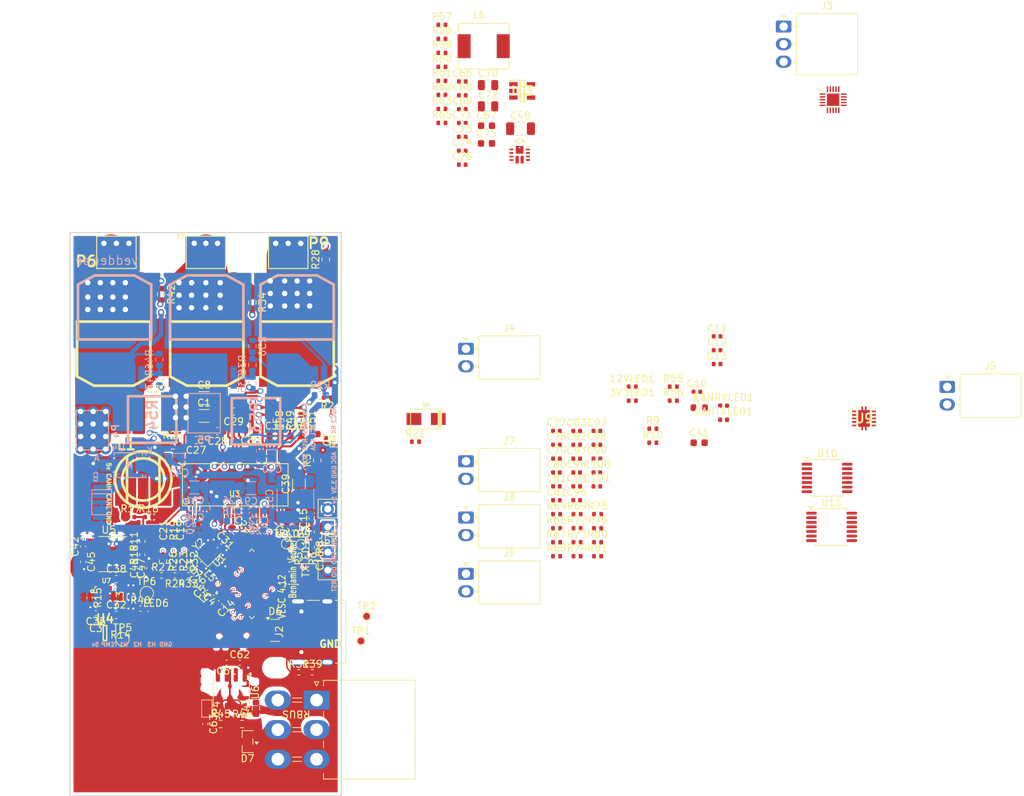
<source format=kicad_pcb>
(kicad_pcb (version 20241229) (generator "pcbnew") (generator_version "9.0")
  (title_block (title "BLDC Driver 4.6") (date "30 Aug 2014") (rev "A") (company "Benjamin Vedder"))
  (layers (0 "F.Cu" signal) (4 "In1.Cu" signal "GND") (6 "In2.Cu" signal "GND2") (2 "B.Cu" signal) (13 "F.Paste" user) (15 "B.Paste" user) (5 "F.SilkS" user "F.Silkscreen") (7 "B.SilkS" user "B.Silkscreen") (1 "F.Mask" user) (3 "B.Mask" user) (25 "Edge.Cuts" user))
  (net 0 "")
  (net 1 "+5V")
  (net 2 "GND")
  (net 3 "Net-(3V3LED1-A)")
  (net 4 "Net-(12VLED1-A)")
  (net 5 "/AN_IN")
  (net 6 "Net-(C17-Pad1)")
  (net 7 "/Power/BBIN")
  (net 8 "Net-(C4-Pad1)")
  (net 9 "/CHIP_PU")
  (net 10 "Net-(C21-Pad2)")
  (net 11 "/BOOT")
  (net 12 "Net-(U3-GVDD)")
  (net 13 "Net-(U3-COMP)")
  (net 14 "Net-(U3-DVDD)")
  (net 15 "Net-(U3-CP1)")
  (net 16 "Net-(U3-CP2)")
  (net 17 "Net-(U3-AVDD)")
  (net 18 "Net-(U3-BST_BK)")
  (net 19 "Net-(D4-K)")
  (net 20 "Net-(U3-BST_A)")
  (net 21 "Net-(U3-BST_B)")
  (net 22 "Net-(U3-BST_C)")
  (net 23 "Net-(U1-XTAL_N)")
  (net 24 "Net-(U3-SP1)")
  (net 25 "Net-(U3-SN1)")
  (net 26 "/Power/BIAS")
  (net 27 "Net-(Q1-PadG)")
  (net 28 "Net-(Q2-PadG)")
  (net 29 "Net-(Q3-PadG)")
  (net 30 "Net-(Q4-PadG)")
  (net 31 "Net-(Q5-PadG)")
  (net 32 "Net-(Q6-PadG)")
  (net 33 "Net-(U3-SP2)")
  (net 34 "Net-(U3-SN2)")
  (net 35 "/Power/BBOUT")
  (net 36 "/MOS_TEMP")
  (net 37 "Net-(JP4-B)")
  (net 38 "/Boosts/LDO12.6V_IN")
  (net 39 "Net-(IC4-VCC)")
  (net 40 "VCC")
  (net 41 "V_SUPPLY")
  (net 42 "Net-(IC4-COMP)")
  (net 43 "Net-(C69-Pad1)")
  (net 44 "/Mosfet driver/H1_VS")
  (net 45 "/Mosfet driver/H2_VS")
  (net 46 "/Mosfet driver/H3_VS")
  (net 47 "+12V")
  (net 48 "Net-(IC4-BOOT)")
  (net 49 "Net-(IC4-SW)")
  (net 50 "Net-(IC5-CAP)")
  (net 51 "/Mosfet driver/M_H1")
  (net 52 "/Mosfet driver/M_L1")
  (net 53 "/sensors/AIN0P")
  (net 54 "/Mosfet driver/M_H2")
  (net 55 "/Mosfet driver/M_L2")
  (net 56 "/Mosfet driver/M_H3")
  (net 57 "/Mosfet driver/M_L3")
  (net 58 "/Mosfet driver/SH1_A")
  (net 59 "/Mosfet driver/SH1_B")
  (net 60 "/Mosfet driver/SH2_A")
  (net 61 "/Mosfet driver/SH2_B")
  (net 62 "/sensors/AIN0N")
  (net 63 "/sensors/AIN1N")
  (net 64 "/sensors/AIN1P")
  (net 65 "Net-(U10-T+)")
  (net 66 "Net-(U10-T-)")
  (net 67 "Net-(U11-T+)")
  (net 68 "Net-(U11-T-)")
  (net 69 "/CAN_RX")
  (net 70 "Net-(CANRXLED1-A)")
  (net 71 "Net-(CANTXLED1-A)")
  (net 72 "/CAN_TX")
  (net 73 "/Data-")
  (net 74 "/Data+")
  (net 75 "/CAN+")
  (net 76 "/CAN-")
  (net 77 "Net-(J4-Pin_1)")
  (net 78 "Net-(J4-Pin_2)")
  (net 79 "Net-(J5-Pin_2)")
  (net 80 "Net-(J7-Pin_2)")
  (net 81 "Net-(J7-Pin_1)")
  (net 82 "Net-(J8-Pin_2)")
  (net 83 "Net-(J8-Pin_1)")
  (net 84 "Net-(J9-Pin_2)")
  (net 85 "/Power/LX2")
  (net 86 "/Power/LX1")
  (net 87 "Net-(U1-XTAL_P)")
  (net 88 "Net-(LED6-A)")
  (net 89 "Net-(TXLED1-A)")
  (net 90 "Net-(U1-U0TXD{slash}PROG{slash}GPIO43)")
  (net 91 "/TXD")
  (net 92 "DEP")
  (net 93 "/Power/FBIn")
  (net 94 "Net-(U4-ST)")
  (net 95 "/Power/SEL")
  (net 96 "Net-(U3-VSENSE)")
  (net 97 "Net-(U3-DTC)")
  (net 98 "/SENS1")
  (net 99 "Net-(U3-BIAS)")
  (net 100 "/SENS2")
  (net 101 "Net-(J2-CC1)")
  (net 102 "/SENS3")
  (net 103 "Net-(J2-CC2)")
  (net 104 "Net-(U6-Rs)")
  (net 105 "/Boosts/FB_12V")
  (net 106 "Net-(IC3-ADJ{slash}NC)")
  (net 107 "Net-(IC4-EN)")
  (net 108 "Net-(IC4-ILIM)")
  (net 109 "/Boosts/SW_12V")
  (net 110 "Net-(J3-Pin_3)")
  (net 111 "RBUS_uC_V")
  (net 112 "/RXD")
  (net 113 "/EN_GATE")
  (net 115 "/DC_CAL")
  (net 116 "/H1")
  (net 117 "/L1")
  (net 118 "/H3")
  (net 120 "/L2")
  (net 121 "/FAULT")
  (net 123 "/H2")
  (net 124 "/BR_SO1")
  (net 125 "/BR_SO2")
  (net 127 "/L3")
  (net 128 "/CAN bus transceiver/Vref")
  (net 129 "/HSPI_MISO")
  (net 131 "/HSPI_MOSI")
  (net 132 "/TC_CS_0")
  (net 135 "/HSPI_SCLK")
  (net 136 "/TC_CS_1")
  (net 140 "/ACD_CS")
  (net 141 "/sensors/AIN2P")
  (net 143 "/ACD_CLK")
  (net 148 "/MOD_DE")
  (net 150 "/MOD_TX")
  (net 157 "/MOD_RX")
  (net 167 "Net-(U3-RT_CLK)")
  (footprint "Capacitor_SMD:C_2220_5750Metric" (layer "F.Cu") (at 90.805 105.918)
    (property "Reference" "C37")
    (property "Value" "15u,100V")
  )
  (footprint "CRF1:1PAD_4x5mm" (layer "F.Cu") (at 85.09 82.804 90)
    (property "Reference" "P6")
    (property "Value" "MOTOR1" (hide yes))
  )
  (footprint "CRF1:1PAD_4x5mm" (layer "F.Cu") (at 109.474 82.804 90)
    (property "Reference" "P9")
    (property "Value" "MOTOR3" (hide yes))
  )
  (footprint "CRF1:D2PAK-7-GDS" (layer "F.Cu") (at 110.744 91.948 180)
    (property "Reference" "Q1" (hide yes))
    (property "Value" "IRFS7530" (hide yes))
  )
  (footprint "CRF1:D2PAK-7-GDS" (layer "F.Cu") (at 97.917 91.948 180)
    (property "Reference" "Q3" (hide yes))
    (property "Value" "IRFS7530" (hide yes))
  )
  (footprint "CRF1:D2PAK-7-GDS" (layer "F.Cu") (at 84.709 91.948 180)
    (property "Reference" "Q5" (hide yes))
    (property "Value" "IRFS7530" (hide yes))
  )
  (footprint "CRF1:TSSOP-56-PP" (layer "F.Cu") (at 101.854 115.824)
    (property "Reference" "U3")
    (property "Value" "DRV8302" (hide yes))
  )
  (footprint "CRF1:1PAD_4x5mm" (layer "F.Cu") (at 97.79 82.804 90)
    (property "Reference" "P7")
    (property "Value" "MOTOR2" (hide yes))
  )
  (footprint "Capacitor_SMD:C_1206_3216Metric" (layer "F.Cu") (at 97.536 106.045)
    (property "Reference" "C1")
    (property "Value" "10u,50V")
  )
  (footprint "Capacitor_SMD:C_0603_1608Metric" (layer "F.Cu") (at 113.6 109.4 -90)
    (property "Reference" "C2")
    (property "Value" "100n")
  )
  (footprint "Capacitor_SMD:C_1206_3216Metric" (layer "F.Cu") (at 97.536 103.505)
    (property "Reference" "C8")
    (property "Value" "10u,50V")
  )
  (footprint "Capacitor_SMD:C_0603_1608Metric" (layer "F.Cu") (at 95.600001 122.300001 90)
    (property "Reference" "C19")
    (property "Value" "120p")
  )
  (footprint "Capacitor_SMD:C_0603_1608Metric" (layer "F.Cu") (at 93.199999 122.300001 90)
    (property "Reference" "C21")
    (property "Value" "6.8n")
  )
  (footprint "Capacitor_SMD:C_0603_1608Metric" (layer "F.Cu") (at 102.038815 122.438815 -45)
    (property "Reference" "C22")
    (property "Value" "22n")
  )
  (footprint "Capacitor_SMD:C_0603_1608Metric" (layer "F.Cu") (at 109.838815 121.738815 135)
    (property "Reference" "C23")
    (property "Value" "2.2u")
  )
  (footprint "Capacitor_SMD:C_0603_1608Metric" (layer "F.Cu") (at 96.393 109.474 180)
    (property "Reference" "C27")
    (property "Value" "100n")
  )
  (footprint "Capacitor_SMD:C_0603_1608Metric" (layer "F.Cu") (at 99.441 108.204 180)
    (property "Reference" "C28")
    (property "Value" "220n")
  )
  (footprint "Capacitor_SMD:C_0603_1608Metric" (layer "F.Cu") (at 101.727 105.41 180)
    (property "Reference" "C29")
    (property "Value" "220n")
  )
  (footprint "Capacitor_SMD:C_0603_1608Metric" (layer "F.Cu") (at 104.14 108.077 180)
    (property "Reference" "C30")
    (property "Value" "220n")
  )
  (footprint "Capacitor_SMD:C_0603_1608Metric" (layer "F.Cu") (at 107.6 108.9)
    (property "Reference" "C34")
    (property "Value" "2.2n")
  )
  (footprint "Capacitor_SMD:C_0603_1608Metric" (layer "F.Cu") (at 110.575 108.9)
    (property "Reference" "C36")
    (property "Value" "2.2n")
  )
  (footprint "Capacitor_SMD:C_1206_3216Metric" (layer "F.Cu") (at 110.998 115.697 90)
    (property "Reference" "C39")
    (property "Value" "10u,50V")
  )
  (footprint "Resistor_SMD:R_0603_1608Metric" (layer "F.Cu") (at 113.6 112.361999 90)
    (property "Reference" "R3")
    (property "Value" "39k")
  )
  (footprint "Resistor_SMD:R_0402_1005Metric" (layer "F.Cu") (at 114.8 109.7 -90)
    (property "Reference" "R4")
    (property "Value" "2k2")
  )
  (footprint "Resistor_SMD:R_0402_1005Metric" (layer "F.Cu") (at 87.122 120.396)
    (property "Reference" "R17")
    (property "Value" "18k")
  )
  (footprint "Resistor_SMD:R_0402_1005Metric" (layer "F.Cu") (at 89.662 120.396)
    (property "Reference" "R18")
    (property "Value" "3k3")
  )
  (footprint "Resistor_SMD:R_0402_1005Metric" (layer "F.Cu") (at 94.4 122.290001 90)
    (property "Reference" "R19")
    (property "Value" "15k")
  )
  (footprint "Resistor_SMD:R_0603_1608Metric" (layer "F.Cu") (at 93.2 126.7 -90)
    (property "Reference" "R23")
    (property "Value" "39k")
  )
  (footprint "Resistor_SMD:R_0402_1005Metric" (layer "F.Cu") (at 93.4 128.7 180)
    (property "Reference" "R24")
    (property "Value" "2k2")
  )
  (footprint "Resistor_SMD:R_0603_1608Metric" (layer "F.Cu") (at 93.091 110.236)
    (property "Reference" "R25")
    (property "Value" "1M")
  )
  (footprint "Resistor_SMD:R_0603_1608Metric" (layer "F.Cu") (at 91.7 126.7 -90)
    (property "Reference" "R26")
    (property "Value" "39k")
  )
  (footprint "Resistor_SMD:R_0402_1005Metric" (layer "F.Cu") (at 91.5 128.7)
    (property "Reference" "R27")
    (property "Value" "2k2")
  )
  (footprint "Resistor_SMD:R_0603_1608Metric" (layer "F.Cu") (at 114.808 83.82 90)
    (property "Reference" "R28")
    (property "Value" "4R7")
  )
  (footprint "Resistor_SMD:R_0603_1608Metric" (layer "F.Cu") (at 94.7 126.7 -90)
    (property "Reference" "R32")
    (property "Value" "39k")
  )
  (footprint "Resistor_SMD:R_0402_1005Metric" (layer "F.Cu") (at 95.3 128.7 180)
    (property "Reference" "R33")
    (property "Value" "2k2")
  )
  (footprint "Resistor_SMD:R_0603_1608Metric" (layer "F.Cu") (at 104.394 89.916 -90)
    (property "Reference" "R34")
    (property "Value" "4R7")
  )
  (footprint "Resistor_SMD:R_0603_1608Metric" (layer "F.Cu") (at 91.44 88.773 -90)
    (property "Reference" "R42")
    (property "Value" "4R7")
  )
  (footprint "Resistor_SMD:R_0603_1608Metric" (layer "F.Cu") (at 106.807 106.68 -90)
    (property "Reference" "R48")
    (property "Value" "100R")
  )
  (footprint "Resistor_SMD:R_0603_1608Metric" (layer "F.Cu") (at 108.331 106.68 -90)
    (property "Reference" "R49")
    (property "Value" "100R")
  )
  (footprint "Resistor_SMD:R_0603_1608Metric" (layer "F.Cu") (at 109.855 106.68 -90)
    (property "Reference" "R50")
    (property "Value" "100R")
  )
  (footprint "Resistor_SMD:R_0603_1608Metric" (layer "F.Cu") (at 111.379 106.68 -90)
    (property "Reference" "R51")
    (property "Value" "100R")
  )
  (footprint "w_smd_inductors:inductor_smd_8x5mm" (layer "F.Cu") (at 88.9 115.062 180)
    (property "Reference" "L1")
    (property "Value" "22u" (hide yes))
  )
  (footprint "iclr:Molex_Mini-Fit_Jr_5569-06A2_2x03_P4.20mm_Horizontal" (layer "F.Cu") (at 113.5 146.4 -90)
    (property "Reference" "J1" (hide yes))
    (property "Value" "RBUS")
  )
  (footprint "Resistor_SMD:R_0402_1005Metric" (layer "F.Cu") (at 109.8 126.3 -90)
    (property "Reference" "R5")
    (property "Value" "470")
  )
  (footprint "Capacitor_SMD:C_0402_1005Metric" (layer "F.Cu") (at 147.545 108.17)
    (property "Reference" "C77")
    (property "Value" "1uF")
  )
  (footprint "Resistor_SMD:R_0402_1005Metric" (layer "F.Cu") (at 111.8 126.3 -90)
    (property "Reference" "R6")
    (property "Value" "499R")
  )
  (footprint "Resistor_SMD:R_0402_1005Metric" (layer "F.Cu") (at 164.135 101.89)
    (property "Reference" "R55")
    (property "Value" "1k")
  )
  (footprint "Resistor_SMD:R_0402_1005Metric" (layer "F.Cu") (at 150.475 123.98)
    (property "Reference" "R73")
    (property "Value" "100")
  )
  (footprint "iclr:SOTFL50P160X60-8N" (layer "F.Cu") (at 83.47 136.865)
    (property "Reference" "U4")
    (property "Value" "LM66200DRLR" (hide yes))
  )
  (footprint "Resistor_SMD:R_0402_1005Metric" (layer "F.Cu") (at 150.475 125.97)
    (property "Reference" "R74")
    (property "Value" "59")
  )
  (footprint "Capacitor_SMD:C_0402_1005Metric" (layer "F.Cu") (at 134.18 58.54)
    (property "Reference" "C66")
    (property "Value" "1uF")
  )
  (footprint "Capacitor_SMD:C_1206_3216Metric" (layer "F.Cu") (at 142.45 65.25)
    (property "Reference" "C48")
    (property "Value" "47uF")
  )
  (footprint "iclr:SmallerSolderJP" (layer "F.Cu") (at 97.9 147.875 -90)
    (property "Reference" "JP4")
    (property "Value" "TermJP")
  )
  (footprint "Connector_PinHeader_2.54mm:PinHeader_1x02_P2.54mm_Vertical" (layer "F.Cu") (at 115.1 125.4)
    (property "Reference" "JP5")
    (property "Value" "Conn_01x02_Male")
  )
  (footprint "iclr:CONV_MAX77827AEFD+T" (layer "F.Cu") (at 83.5375 131.765)
    (property "Reference" "U7")
    (property "Value" "MAX77827AEFD+T")
  )
  (footprint "Capacitor_SMD:C_0603_1608Metric" (layer "F.Cu") (at 137.62 67.34)
    (property "Reference" "C75")
    (property "Value" "10uF")
  )
  (footprint "Resistor_SMD:R_0402_1005Metric" (layer "F.Cu") (at 112.8 122.5 90)
    (property "Reference" "R7")
    (property "Value" "10K")
  )
  (footprint "Capacitor_SMD:C_0402_1005Metric" (layer "F.Cu") (at 147.545 110.14)
    (property "Reference" "C78")
    (property "Value" "1uF")
  )
  (footprint "TestPoint:TestPoint_Pad_D1.0mm" (layer "F.Cu") (at 120.6 134.5)
    (property "Reference" "TP2")
    (property "Value" "TestPoint")
  )
  (footprint "Resistor_SMD:R_0402_1005Metric" (layer "F.Cu") (at 131.29 56.47)
    (property "Reference" "R60")
    (property "Value" "49.9k")
  )
  (footprint "LED_SMD:LED_0402_1005Metric" (layer "F.Cu") (at 90.7 133.8)
    (property "Reference" "LED6")
    (property "Value" "WHITE_LED")
  )
  (footprint "Capacitor_SMD:C_0402_1005Metric" (layer "F.Cu") (at 99.139411 131.239411 135)
    (property "Reference" "C4")
    (property "Value" "0.1uF")
  )
  (footprint "Capacitor_SMD:C_0402_1005Metric" (layer "F.Cu") (at 150.415 112.11)
    (property "Reference" "C93")
    (property "Value" "0.1uF")
  )
  (footprint "Capacitor_SMD:C_0402_1005Metric" (layer "F.Cu") (at 134.18 60.51)
    (property "Reference" "C68")
    (property "Value" "75pF")
  )
  (footprint "iclr:USB_C_Receptacle_Palconn_UTC16-G" (layer "F.Cu") (at 112.790002 136.7 90)
    (property "Reference" "J2")
    (property "Value" "USB_C_Receptacle_USB2.0")
  )
  (footprint "Resistor_SMD:R_0402_1005Metric" (layer "F.Cu") (at 112.890001 142.45)
    (property "Reference" "R39")
    (property "Value" "5.1k")
  )
  (footprint "Resistor_SMD:R_0402_1005Metric" (layer "F.Cu") (at 81.27 131.865 -90)
    (property "Reference" "R15")
    (property "Value" "14k")
  )
  (footprint "LED_SMD:LED_0402_1005Metric" (layer "F.Cu") (at 171.27 104.6)
    (property "Reference" "CANRXLED1")
    (property "Value" "CANRXLED")
  )
  (footprint "Capacitor_SMD:C_0402_1005Metric" (layer "F.Cu") (at 134.18 70.36)
    (property "Reference" "C76")
    (property "Value" "100nF")
  )
  (footprint "Resistor_SMD:R_0603_1608Metric" (layer "F.Cu") (at 99.875 149.8)
    (property "Reference" "R45")
    (property "Value" "60")
  )
  (footprint "Capacitor_SMD:C_0402_1005Metric" (layer "F.Cu") (at 97.739411 131.839411 45)
    (property "Reference" "C5")
    (property "Value" "0.1uF")
  )
  (footprint "Capacitor_SMD:C_0603_1608Metric" (layer "F.Cu") (at 137.62 64.83)
    (property "Reference" "C67")
    (property "Value" "4.7uF")
  )
  (footprint "iclr:Molex_Nano-Fit_105313-xx03_1x03_P2.50mm_Horizontal" (layer "F.Cu") (at 179.79 50.74)
    (property "Reference" "J3")
    (property "Value" "Rotary Pot")
  )
  (footprint "Capacitor_SMD:C_0603_1608Metric" (layer "F.Cu") (at 167.79857 109.85493)
    (property "Reference" "C41")
    (property "Value" "2.2u")
  )
  (footprint "Capacitor_SMD:C_0402_1005Metric" (layer "F.Cu") (at 153.285 112.11)
    (property "Reference" "C99")
    (property "Value" "0.1uF")
  )
  (footprint "Resistor_SMD:R_0402_1005Metric" (layer "F.Cu") (at 112.8 124.7 -90)
    (property "Reference" "R8")
    (property "Value" "10K")
  )
  (footprint "iclr:QFN40P700X700X90-57N" (layer "F.Cu") (at 104.3 129.9 45)
    (property "Reference" "U1")
    (property "Value" "ESP32-S3")
  )
  (footprint "Resistor_SMD:R_0603_1608Metric" (layer "F.Cu") (at 167.81 104.867)
    (property "Reference" "R1")
    (property "Value" "NTC 10k")
  )
  (footprint "Capacitor_SMD:C_0603_1608Metric" (layer "F.Cu") (at 85.07 129.215)
    (property "Reference" "C38")
    (property "Value" "22uF")
  )
  (footprint "Capacitor_SMD:C_0402_1005Metric" (layer "F.Cu") (at 99.7 124.5 -45)
    (property "Reference" "C31")
    (property "Value" "11pF")
  )
  (footprint "Resistor_SMD:R_0402_1005Metric" (layer "F.Cu") (at 158.315 101.89)
    (property "Reference" "12VLED1")
    (property "Value" "RED_LED")
  )
  (footprint "Inductor_SMD:L_0805_2012Metric" (layer "F.Cu") (at 87.17 131.765 90)
    (property "Reference" "L3")
    (property "Value" "1uH")
  )
  (footprint "Capacitor_SMD:C_0402_1005Metric" (layer "F.Cu") (at 82.17 135.065 180)
    (property "Reference" "C3")
    (property "Value" "10uF")
  )
  (footprint "Resistor_SMD:R_0402_1005Metric" (layer "F.Cu") (at 88.77 123.865001 90)
    (property "Reference" "R11")
    (property "Value" "10k")
  )
  (footprint "Capacitor_SMD:C_0402_1005Metric" (layer "F.Cu") (at 150.415 108.17)
    (property "Reference" "C83")
    (property "Value" "0.1uF")
  )
  (footprint "Package_TO_SOT_SMD:SOT-143" (layer "F.Cu") (at 107.6 136.5)
    (property "Reference" "D6")
    (property "Value" "SP0503BAHT")
  )
  (footprint "Capacitor_SMD:C_0402_1005Metric" (layer "F.Cu") (at 134.18 64.45)
    (property "Reference" "C71")
    (property "Value" "2.2uF")
  )
  (footprint "iclr:QFN40P300X300X80-21N-D" (layer "F.Cu") (at 186.815 61.135)
    (property "Reference" "IC5" (hide yes))
    (property "Value" "ADS131M04IRUKR" (hide yes))
  )
  (footprint "Resistor_SMD:R_0402_1005Metric" (layer "F.Cu") (at 158.315 103.88)
    (property "Reference" "3V3LED1")
    (property "Value" "BLUE_LED")
  )
  (footprint "Capacitor_SMD:C_0402_1005Metric" (layer "F.Cu") (at 147.545 112.11)
    (property "Reference" "C79")
    (property "Value" "220nF")
  )
  (footprint "Capacitor_SMD:C_0603_1608Metric" (layer "F.Cu") (at 85.07 134.305)
    (property "Reference" "C32")
    (property "Value" "10uF")
  )
  (footprint "iclr:Crystal_SMD_2016-4Pin_2.0x1.6mm" (layer "F.Cu") (at 98.2 125.7 45)
    (property "Reference" "Y2")
    (property "Value" "R940000171")
  )
  (footprint "Connector_Molex:Molex_Nano-Fit_105313-xx02_1x02_P2.50mm_Horizontal" (layer "F.Cu") (at 134.705 120.47)
    (property "Reference" "J8")
    (property "Value" "Conn_01x02_Male")
  )
  (footprint "Package_SO:TSSOP-14_4.4x5mm_P0.65mm" (layer "F.Cu") (at 185.9625 114.85)
    (property "Reference" "U10")
    (property "Value" "MAX31856")
  )
  (footprint "Resistor_SMD:R_0402_1005Metric" (layer "F.Cu") (at 131.29 58.46)
    (property "Reference" "R61")
    (property "Value" "10K")
  )
  (footprint "Connector_Molex:Molex_Nano-Fit_105313-xx02_1x02_P2.50mm_Horizontal" (layer "F.Cu") (at 134.705 112.48)
    (property "Reference" "J7")
    (property "Value" "Conn_01x02_Male")
  )
  (footprint "Capacitor_SMD:C_0402_1005Metric" (layer "F.Cu") (at 150.415 110.14)
    (property "Reference" "C92")
    (property "Value" "0.01uF")
  )
  (footprint "TestPoint:TestPoint_Pad_D1.0mm" (layer "F.Cu") (at 119.8 138)
    (property "Reference" "TP1")
    (property "Value" "TestPoint")
  )
  (footprint "Resistor_SMD:R_0402_1005Metric" (layer "F.Cu") (at 127.538 109.7)
    (property "Reference" "R21")
    (property "Value" "220k")
  )
  (footprint "Capacitor_SMD:C_0402_1005Metric" (layer "F.Cu") (at 97.139411 129.839411 45)
    (property "Reference" "C7")
    (property "Value" "10uF")
  )
  (footprint "Resistor_SMD:R_0402_1005Metric" (layer "F.Cu") (at 164.135 103.88)
    (property "Reference" "R56")
    (property "Value" "1k")
  )
  (footprint "Capacitor_SMD:C_0402_1005Metric" (layer "F.Cu") (at 150.415 118.02)
    (property "Reference" "C96")
    (property "Value" "0.1uF")
  )
  (footprint "Resistor_SMD:R_0402_1005Metric" (layer "F.Cu") (at 153.385 120)
    (property "Reference" "R75")
    (property "Value" "100")
  )
  (footprint "Resistor_SMD:R_0402_1005Metric" (layer "F.Cu") (at 131.29 62.44)
    (property "Reference" "R63")
    (property "Value" "280k")
  )
  (footprint "Capacitor_SMD:C_0402_1005Metric" (layer "F.Cu") (at 96.839411 127.039411 135)
    (property "Reference" "C17")
    (property "Value" "11pF")
  )
  (footprint "Resistor_SMD:R_0402_1005Metric" (layer "F.Cu") (at 131.29 50.5)
    (property "Reference" "R57")
    (property "Value" "28.7k")
  )
  (footprint "Capacitor_SMD:C_0402_1005Metric" (layer "F.Cu") (at 80.37 126.765 -90)
    (property "Reference" "C45")
    (property "Value" "4.7uF")
  )
  (footprint "Capacitor_SMD:C_0402_1005Metric" (layer "F.Cu") (at 89.77 127.665 90)
    (property "Reference" "C47")
    (property "Value" "0.1uF")
  )
  (footprint "Package_SO:TSSOP-14_4.4x5mm_P0.65mm" (layer "F.Cu") (at 186.6 121.8)
    (property "Reference" "U11")
    (property "Value" "MAX31856")
  )
  (footprint "Package_SO:SOIC-8_3.9x4.9mm_P1.27mm" (layer "F.Cu") (at 101.4 145.3 -90)
    (property "Reference" "U6")
    (property "Value" "SN65HVD230")
  )
  (footprint "Capacitor_SMD:C_0805_2012Metric" (layer "F.Cu") (at 137.84 59.06)
    (property "Reference" "C70")
    (property "Value" "10uF")
  )
  (footprint "iclr:SOIC127P599X175-9N" (layer "F.Cu") (at 84.57 125.665)
    (property "Reference" "U5")
    (property "Value" "SC4215")
  )
  (footprint "Capacitor_SMD:C_0402_1005Metric" (layer "F.Cu") (at 153.285 108.17)
    (property "Reference" "C97")
    (property "Value" "0.01uF")
  )
  (footprint "w_smd_diode:do214ac" (layer "F.Cu") (at 129.04803 106.48104)
    (property "Reference" "D5")
    (property "Value" "TVS 5V" (hide yes))
  )
  (footprint "iclr:IND_SRP6540-390M" (layer "F.Cu") (at 137.22 53.53)
    (property "Reference" "L6")
    (property "Value" "SRR6038-3R3Y")
  )
  (footprint "Resistor_SMD:R_0402_1005Metric" (layer "F.Cu") (at 88.5 133.4)
    (property "Reference" "R40")
    (property "Value" "5.1k")
  )
  (footprint "Resistor_SMD:R_0402_1005Metric" (layer "F.Cu") (at 115.028 103.45 180)
    (property "Reference" "R2")
    (property "Value" "10k")
  )
  (footprint "Resistor_SMD:R_0402_1005Metric" (layer "F.Cu") (at 150.475 121.99)
    (property "Reference" "R72")
    (property "Value" "1k")
  )
  (footprint "iclr:SOT95P282X145-5N" (layer "F.Cu") (at 142.69 59.88)
    (property "Reference" "IC3")
    (property "Value" "AP2205-W5-7" (hide yes))
  )
  (footprint "Resistor_SMD:R_0402_1005Metric" (layer "F.Cu") (at 131.29 64.43)
    (property "Reference" "R65")
    (property "Value" "432k")
  )
  (footprint "Capacitor_SMD:C_0402_1005Metric" (layer "F.Cu") (at 82.17 134.065 180)
    (property "Reference" "C35")
    (property "Value" "1uF")
  )
  (footprint "Capacitor_SMD:C_0402_1005Metric" (layer "F.Cu") (at 170.345 98.68)
    (property "Reference" "C13")
    (property "Value" "0.1uF")
  )
  (footprint "Capacitor_SMD:C_0402_1005Metric" (layer "F.Cu") (at 147.545 118.02)
    (property "Reference" "C82")
    (property "Value" "10nF")
  )
  (footprint "Resistor_SMD:R_0402_1005Metric" (layer "F.Cu") (at 147.565 123.98)
    (property "Reference" "R67")
    (property "Value" "59")
  )
  (footprint "TestPoint:TestPoint_Pad_D1.0mm" (layer "F.Cu") (at 109.2 124.2)
    (property "Reference" "TP10")
    (property "Value" "TestPoint")
  )
  (footprint "Capacitor_SMD:C_0402_1005Metric" (layer "F.Cu") (at 170.345 94.74)
    (property "Reference" "C11")
    (property "Value" "0.1uF")
  )
  (footprint "Connector_PinHeader_2.54mm:PinHeader_1x02_P2.54mm_Vertical" (layer "F.Cu") (at 115.1 121.8 180)
    (property "Reference" "JP1")
    (property "Value" "Conn_01x02_Male")
  )
  (footprint "Capacitor_SMD:C_0402_1005Metric" (layer "F.Cu") (at 153.285 110.14)
    (property "Reference" "C98")
    (property "Value" "0.1uF")
  )
  (footprint "Capacitor_SMD:C_0402_1005Metric" (layer "F.Cu") (at 97.7 149.8 -90)
    (property "Reference" "C63")
    (property "Value" "47nF")
  )
  (footprint "Resistor_SMD:R_0402_1005Metric" (layer "F.Cu") (at 147.565 120)
    (property "Reference" "R64")
    (property "Value" "8.56k")
  )
  (footprint "Resistor_SMD:R_0603_1608Metric" (layer "F.Cu") (at 104.900001 147.575 90)
    (property "Reference" "R41")
    (property "Value" "0")
  )
  (footprint "Resistor_SMD:R_0402_1005Metric" (layer "F.Cu") (at 153.385 125.97)
    (property "Reference" "R81")
    (property "Value" "100")
  )
  (footprint "Resistor_SMD:R_0402_1005Metric" (layer "F.Cu") (at 150.475 120)
    (property "Reference" "R69")
    (property "Value" "1k")
  )
  (footprint "Capacitor_SMD:C_0402_1005Metric" (layer "F.Cu") (at 134.18 66.42)
    (property "Reference" "C73")
    (property "Value" "100nF")
  )
  (footprint "Capacitor_SMD:C_0402_1005Metric" (layer "F.Cu") (at 153.285 116.05)
    (property "Reference" "C101")
    (property "Value" "0.1uF")
  )
  (footprint "Resistor_SMD:R_0402_1005Metric" (layer "F.Cu") (at 161.225 109.85)
    (property "Reference" "R10")
    (property "Value" "3k")
  )
  (footprint "Resistor_SMD:R_0402_1005Metric" (layer "F.Cu") (at 147.565 121.99)
    (property "Reference" "R66")
    (property "Value" "120")
  )
  (footprint "Capacitor_SMD:C_0402_1005Metric" (layer "F.Cu") (at 112.8 120.6 90)
    (property "Reference" "C15")
    (property "Value" "0.1uF")
  )
  (footprint "Connector_Molex:Molex_Nano-Fit_105313-xx02_1x02_P2.50mm_Horizontal" (layer "F.Cu") (at 203.01 101.92)
    (property "Reference" "J5")
    (property "Value" "Conn_01x02_Male")
  )
  (footprint "iclr:IC_TPS61089RNRR" (layer "F.Cu") (at 142.325 68.95)
    (property "Reference" "IC4")
    (property "Value" "TPS61089RNRR")
  )
  (footprint "TestPoint:TestPoint_Pad_D1.5mm" (layer "F.Cu") (at 85.97 137.765)
    (property "Reference" "TP5")
    (property "Value" "TestPoint")
  )
  (footprint "Capacitor_SMD:C_0402_1005Metric" (layer "F.Cu") (at 170.345 96.71)
    (property "Reference" "C12")
    (property "Value" "10nF")
  )
  (footprint "Capacitor_SMD:C_0402_1005Metric" (layer "F.Cu") (at 102.6 141.1)
    (property "Reference" "C62")
    (property "Value" "10uF")
  )
  (footprint "Capacitor_SMD:C_0402_1005Metric" (layer "F.Cu") (at 100.72 141.1 180)
    (property "Reference" "C61")
    (property "Value" "100nF")
  )
  (footprint "LED_SMD:LED_0402_1005Metric" (layer "F.Cu") (at 171.27 106.59)
    (property "Reference" "CANTXLED1")
    (property "Value" "CANTXLED")
  )
  (footprint "Capacitor_SMD:C_0402_1005Metric" (layer "F.Cu") (at 97.739411 130.539411 45)
    (property "Reference" "C6")
    (property "Value" "1uF")
  )
  (footprint "Resistor_SMD:R_0402_1005Metric" (layer "F.Cu") (at 131.29 52.49)
    (property "Reference" "R58")
    (property "Value" "866k")
  )
  (footprint "Resistor_SMD:R_0402_1005Metric" (layer "F.Cu") (at 153.385 121.99)
    (property "Reference" "R76")
    (property "Value" "1k")
  )
  (footprint "Resistor_SMD:R_0402_1005Metric" (layer "F.Cu") (at 110.990001 142.45)
    (property "Reference" "R31")
    (property "Value" "5.1k")
  )
  (footprint "Capacitor_SMD:C_0402_1005Metric" (layer "F.Cu") (at 167.475 102.62)
    (property "Reference" "C10")
    (property "Value" "1uF")
  )
  (footprint "Capacitor_SMD:C_0402_1005Metric" (layer "F.Cu") (at 150.415 114.08)
    (property "Reference" "C94")
    (property "Value" "0.01uF")
  )
  (footprint "Capacitor_SMD:C_0402_1005Metric" (layer "F.Cu") (at 80.37 124.584999 90)
    (property "Reference" "C42")
    (property "Value" "10uF")
  )
  (footprint "Resistor_SMD:R_0402_1005Metric" (layer "F.Cu") (at 147.565 125.97)
    (property "Reference" "R68")
    (property "Value" "1k")
  )
  (footprint "Resistor_SMD:R_0402_1005Metric" (layer "F.Cu") (at 161.225 107.86)
    (property "Reference" "R9")
    (property "Value" "470")
  )
  (footprint "TestPoint:TestPoint_Pad_D1.0mm" (layer "F.Cu") (at 111.3 124.3)
    (property "Reference" "TP9")
    (property "Value" "TestPoint")
  )
  (footprint "Resistor_SMD:R_0402_1005Metric" (layer "F.Cu") (at 153.385 123.98)
    (property "Reference" "R80")
    (property "Value" "100")
  )
  (footprint "Package_TO_SOT_SMD:SOT-23" (layer "F.Cu") (at 103.7 152.3 180)
    (property "Reference" "D7")
    (property "Value" "SM712_SOT23")
  )
  (footprint "Inductor_SMD:L_0402_1005Metric" (layer "F.Cu") (at 98.439411 132.539411 45)
    (property "Reference" "L4")
    (property "Value" "2.0nH")
  )
  (footprint "Capacitor_SMD:C_0402_1005Metric" (layer "F.Cu") (at 134.18 62.48)
    (property "Reference" "C69")
    (property "Value" "1.8nF")
  )
  (footprint "Capacitor_SMD:C_0402_1005Metric" (layer "F.Cu") (at 147.545 116.05)
    (property "Reference" "C81")
    (property "Value" "10nF")
  )
  (footprint "Resistor_SMD:R_0402_1005Metric" (layer "F.Cu") (at 88.77 125.764999 90)
    (property "Reference" "R16")
    (property "Value" "56k")
  )
  (footprint "Resistor_SMD:R_0402_1005Metric" (layer "F.Cu") (at 85.67 135.965001 180)
    (property "Reference" "R14")
    (property "Value" "10k")
  )
  (footprint "Capacitor_SMD:C_0402_1005Metric" (layer "F.Cu") (at 99.839411 132.539411 -135)
    (property "Reference" "C14")
    (property "Value" "1uF")
  )
  (footprint "Capacitor_SMD:C_0402_1005Metric" (layer "F.Cu") (at 153.285 114.08)
    (property "Reference" "C100")
    (property "Value" "0.1uF")
  )
  (footprint "Connector_Molex:Molex_Nano-Fit_105313-xx02_1x02_P2.50mm_Horizontal" (layer "F.Cu") (at 134.705 128.46)
    (property "Reference" "J9")
    (property "Value" "Conn_01x02_Male")
  )
  (footprint "Capacitor_SMD:C_0402_1005Metric" (layer "F.Cu") (at 88.77 127.665 90)
    (property "Reference" "C46")
    (property "Value" "10uF")
  )
  (footprint "Capacitor_SMD:C_0805_2012Metric" (layer "F.Cu") (at 137.84 62.07)
    (property "Reference" "C72")
    (property "Value" "10uF")
  )
  (footprint "Connector_Molex:Molex_Nano-Fit_105313-xx02_1x02_P2.50mm_Horizontal" (layer "F.Cu") (at 134.705 96.5)
    (property "Reference" "J4")
    (property "Value" "Conn_01x02_Male")
  )
  (footprint "Capacitor_SMD:C_0402_1005Metric" (layer "F.Cu") (at 112.8 126.58 -90)
    (property "Reference" "C16")
    (property "Value" "0.1uF")
  )
  (footprint "TestPoint:TestPoint_Pad_D1.5mm" (layer "F.Cu") (at 89.4 131.2)
    (property "Reference" "TP6")
    (property "Value" "TestPoint")
  )
  (footprint "Resistor_SMD:R_0603_1608Metric" (layer "F.Cu") (at 102.925 149.8)
    (property "Reference" "R44")
    (property "Value" "60")
  )
  (footprint "iclr:TPS74901DRCR" (layer "F.Cu") (at 191.2 106.4)
    (property "Reference" "U9")
    (property "Value" "THVD2429" (hide yes))
  )
  (footprint "Inductor_SMD:L_0402_1005Metric" (layer "F.Cu") (at 99.2 127.9 135)
    (property "Reference" "L5")
    (property "Value" "20nH")
  )
  (footprint "Capacitor_SMD:C_0402_1005Metric" (layer "F.Cu") (at 147.545 114.08)
    (property "Reference" "C80")
    (property "Value" "0.1uF")
  )
  (footprint "Resistor_SMD:R_0402_1005Metric" (layer "F.Cu") (at 131.29 60.45)
    (property "Reference" "R62")
    (property "Value" "332k")
  )
  (footprint "Resistor_SMD:R_0402_1005Metric" (layer "F.Cu") (at 131.29 54.48)
    (property "Reference" "R59")
    (property "Value" "92k")
  )
  (footprint "Capacitor_SMD:C_0402_1005Metric" (layer "F.Cu") (at 134.18 68.39)
    (property "Reference" "C74")
    (property "Value" "100nF")
  )
  (footprint "Resistor_SMD:R_0402_1005Metric" (layer "F.Cu") (at 110.8 126.3 -90)
    (property "Reference" "TXLED1")
    (property "Value" "GREEN_LED")
  )
  (footprint "Capacitor_SMD:C_0402_1005Metric" (layer "F.Cu") (at 150.415 116.05)
    (property "Reference" "C95")
    (property "Value" "0.01uF")
  )
  (footprint "w_smd_cap:c_tant_B" (layer "B.Cu") (at 83 118.3 90)
    (property "Reference" "C33")
    (property "Value" "100u" (hide yes))
  )
  (footprint "Capacitor_SMD:C_2220_5750Metric" (layer "B.Cu") (at 110.49 117.856 -90)
    (property "Reference" "C51")
    (property "Value" "15u, 100v")
  )
  (footprint "CRF1:1PAD_4x5mm" (layer "B.Cu") (at 81.661 108.077)
    (property "Reference" "P4")
    (property "Value" "IN+" (hide yes))
  )
  (footprint "CRF1:1PAD_4x5mm" (layer "B.Cu") (at 97.536 105.664)
    (property "Reference" "P5")
    (property "Value" "IN-" (hide yes))
  )
  (footprint "CRF1:WSLP2726" (layer "B.Cu") (at 104.902 108.712)
    (property "Reference" "R53")
    (property "Value" "SHUNT" (hide yes))
  )
  (footprint "CRF1:WSLP2726" (layer "B.Cu") (at 90.17 108.458)
    (property "Reference" "R54")
    (property "Value" "SHUNT" (hide yes))
  )
  (footprint "CRF1:D2PAK-7-GDS" (layer "B.Cu") (at 84.836 95.885 180)
    (property "Reference" "Q6" (hide yes))
    (property "Value" "IRFS7530" (hide yes))
  )
  (footprint "CRF1:D2PAK-7-GDS" (layer "B.Cu") (at 110.744 95.885 180)
    (property "Reference" "Q2" (hide yes))
    (property "Value" "IRFS7530" (hide yes))
  )
  (footprint "CRF1:D2PAK-7-GDS" (layer "B.Cu") (at 97.917 95.885 180)
    (property "Reference" "Q4" (hide yes))
    (property "Value" "IRFS7530" (hide yes))
  )
  (footprint "Capacitor_SMD:C_1206_3216Metric" (layer "B.Cu") (at 104.2 116.3)
    (property "Reference" "C9")
    (property "Value" "10u,50V")
  )
  (footprint "Capacitor_SMD:C_0603_1608Metric" (layer "B.Cu") (at 101.562 121 180)
    (property "Reference" "C18")
    (property "Value" "2.2u")
  )
  (footprint "Capacitor_SMD:C_0603_1608Metric" (layer "B.Cu") (at 105.338001 120.9)
    (property "Reference" "C20")
    (property "Value" "2.2u")
  )
  (footprint "Capacitor_SMD:C_1206_3216Metric" (layer "B.Cu") (at 107.188 111.76)
    (property "Reference" "C40")
    (property "Value" "10u,50V")
  )
  (footprint "Capacitor_SMD:C_1206_3216Metric" (layer "B.Cu") (at 93.98 112.268)
    (property "Reference" "C43")
    (property "Value" "10u,50V")
  )
  (footprint "Capacitor_SMD:C_1206_3216Metric" (layer "B.Cu") (at 96.139 116.205)
    (property "Reference" "C44")
    (property "Value" "10u,50V")
  )
  (footprint "Capacitor_SMD:C_1206_3216Metric" (layer "B.Cu") (at 96.139 118.618)
    (property "Reference" "C49")
    (property "Value" "10u,50V")
  )
  (footprint "Capacitor_SMD:C_0603_1608Metric" (layer "B.Cu") (at 105.338001 119.5)
    (property "Reference" "C52")
    (property "Value" "2.2u")
  )
  (footprint "Resistor_SMD:R_0402_1005Metric" (layer "B.Cu") (at 96.7 121.462 -90)
    (property "Reference" "R20")
    (property "Value" "10k")
  )
  (footprint "Resistor_SMD:R_0603_1608Metric" (layer "B.Cu") (at 114.046 103.124 180)
    (property "Reference" "R29")
    (property "Value" "4R7")
  )
  (footprint "Resistor_SMD:R_0603_1608Metric" (layer "B.Cu") (at 104.394 96.139 90)
    (property "Reference" "R30")
    (property "Value" "39k")
  )
  (footprint "Resistor_SMD:R_0603_1608Metric" (layer "B.Cu") (at 104.394 101.346 -90)
    (property "Reference" "R35")
    (property "Value" "4R7")
  )
  (footprint "Resistor_SMD:R_0603_1608Metric" (layer "B.Cu") (at 104.394 98.806 -90)
    (property "Reference" "R36")
    (property "Value" "39k")
  )
  (footprint "Resistor_SMD:R_0603_1608Metric" (layer "B.Cu") (at 91.186 100.838 -90)
    (property "Reference" "R43")
    (property "Value" "4R7")
  )
  (footprint "Resistor_SMD:R_0603_1608Metric" (layer "B.Cu") (at 91.186 98.044 -90)
    (property "Reference" "R46")
    (property "Value" "39k")
  )
  (footprint "Diodes_SMD:SMA_Handsoldering" (layer "B.Cu") (at 86.995 113.03 180)
    (property "Reference" "D4")
    (property "Value" "DIODESCH")
  )
  (footprint "Capacitor_SMD:C_0603_1608Metric" (layer "B.Cu") (at 101.562 119.5 180)
    (property "Reference" "C26")
    (property "Value" "2.2u")
  )
  (gr_line (start 117 80) (end 78.5 80) (stroke (width 0.15)) (layer "Edge.Cuts"))
  (gr_line (start 117 160) (end 78.5 160) (stroke (width 0.15)) (layer "Edge.Cuts"))
  (gr_line (start 117 80) (end 117 160) (stroke (width 0.15)) (layer "Edge.Cuts"))
  (gr_line (start 78.5 160) (end 78.5 80) (stroke (width 0.15)) (layer "Edge.Cuts"))
  (gr_text "Benjamin Vedder" (at 110.109 127.762 90) (layer "F.SilkS") (effects (font (size 1 0.6604))))
  (gr_text "CANL" (at 84 118.2 270) (layer "F.SilkS") (effects (font (size 0.6 0.6))))
  (gr_text "GND" (at 84 120.5 270) (layer "F.SilkS") (effects (font (size 0.6 0.6))))
  (gr_text "5v" (at 84 113.2 270) (layer "F.SilkS") (effects (font (size 0.6 0.6))))
  (gr_text "GND" (at 115.45 138.426 0) (layer "F.SilkS") (effects (font (size 1 1) (thickness 0.25))))
  (gr_text "CANH" (at 84 115.4 270) (layer "F.SilkS") (effects (font (size 0.6 0.6))))
  (gr_text "VESC 4.12" (at 108.585 131.699 90) (layer "F.SilkS") (effects (font (size 1 0.8))))
  (gr_text "MISO" (at 111.887 105.283 90) (layer "B.SilkS") (effects (font (size 0.6 0.6)) (justify mirror)))
  (gr_text "MOSI" (at 111.887 107.823 90) (layer "B.SilkS") (effects (font (size 0.6 0.6)) (justify mirror)))
  (gr_text "SCK" (at 111.887 112.268 90) (layer "B.SilkS") (effects (font (size 0.6 0.6)) (justify mirror)))
  (gr_text "NSS" (at 111.887 110.109 90) (layer "B.SilkS") (effects (font (size 0.6 0.6)) (justify mirror)))
  (gr_text "3.3v" (at 116 122.2 90) (layer "B.SilkS") (effects (font (size 0.6 0.6)) (justify mirror)))
  (gr_text "SCL" (at 113.03 108.077 90) (layer "B.SilkS") (effects (font (size 0.6 0.6)) (justify mirror)))
  (gr_text "5v" (at 116 118 90) (layer "B.SilkS") (effects (font (size 0.6 0.6)) (justify mirror)))
  (gr_text "H3" (at 90.1 138.5 0) (layer "B.SilkS") (effects (font (size 0.6 0.6)) (justify mirror)))
  (gr_text "vedder.se" (at 83.693 83.947 0) (layer "B.SilkS") (effects (font (size 1.27 1.27) (thickness 0.1524)) (justify mirror)))
  (gr_text "CLK" (at 116 124.2 90) (layer "B.SilkS") (effects (font (size 0.6 0.6)) (justify mirror)))
  (gr_text "TEMP" (at 84.1 138.5 0) (layer "B.SilkS") (effects (font (size 0.6 0.6)) (justify mirror)))
  (gr_text "GND" (at 92.1 138.5 0) (layer "B.SilkS") (effects (font (size 0.6 0.6)) (justify mirror)))
  (gr_text "RST" (at 116 130.2 90) (layer "B.SilkS") (effects (font (size 0.6 0.6)) (justify mirror)))
  (gr_text "RX" (at 115.951 107.95 90) (layer "B.SilkS") (effects (font (size 0.6 0.6)) (justify mirror)))
  (gr_text "TX" (at 115.951 109.982 90) (layer "B.SilkS") (effects (font (size 0.6 0.6)) (justify mirror)))
  (gr_text "GND" (at 116 126.2 90) (layer "B.SilkS") (effects (font (size 0.6 0.6)) (justify mirror)))
  (gr_text "3.3V" (at 116 116.1 90) (layer "B.SilkS") (effects (font (size 0.6 0.6)) (justify mirror)))
  (gr_text "ADC2" (at 115.951 105.918 90) (layer "B.SilkS") (effects (font (size 0.6 0.6)) (justify mirror)))
  (gr_text "H1" (at 86.1 138.5 0) (layer "B.SilkS") (effects (font (size 0.6 0.6)) (justify mirror)))
  (gr_text "ADC" (at 115.951 112.014 90) (layer "B.SilkS") (effects (font (size 0.6 0.6)) (justify mirror)))
  (gr_text "SDA" (at 113.03 110.109 90) (layer "B.SilkS") (effects (font (size 0.6 0.6)) (justify mirror)))
  (gr_text "GND" (at 116 114 90) (layer "B.SilkS") (effects (font (size 0.6 0.6)) (justify mirror)))
  (gr_text "5v" (at 82.1 138.5 0) (layer "B.SilkS") (effects (font (size 0.6 0.6)) (justify mirror)))
  (gr_text "H2" (at 88.1 138.5 0) (layer "B.SilkS") (effects (font (size 0.6 0.6)) (justify mirror)))
  (gr_text "DIO" (at 116 128.2 90) (layer "B.SilkS") (effects (font (size 0.6 0.6)) (justify mirror)))
  (segment (start 85.979 114.935) (end 86.106 115.062) (width 0.635) (layer "F.Cu") (net 1))
  (segment (start 86.106 115.062) (end 86.40064 115.062) (width 0.635) (layer "F.Cu") (net 1))
  (segment (start 86.40064 115.062) (end 86.40064 115.22964) (width 1.27) (layer "F.Cu") (net 1))
  (segment (start 86.40064 115.062) (end 86.40064 120.35536) (width 1.27) (layer "F.Cu") (net 1))
  (segment (start 86.40064 115.062) (end 86.40064 116.40064) (width 1.27) (layer "F.Cu") (net 1))
  (segment (start 86.40064 120.35536) (end 86.36 120.396) (width 1.27) (layer "F.Cu") (net 1))
  (via (at 85.979 114.935) (size 0.8) (drill 0.5) (layers "F.Cu" "B.Cu") (net 1))
  (segment (start 85.598 115.316) (end 85.979 114.935) (width 0.635) (layer "B.Cu") (net 1))
  (segment (start 83.698 116.078) (end 83 116.776) (width 0.635) (layer "B.Cu") (net 1))
  (segment (start 85.598 116.078) (end 83.698 116.078) (width 0.635) (layer "B.Cu") (net 1))
  (segment (start 85.598 116.078) (end 82.922 116.078) (width 0.635) (layer "B.Cu") (net 1))
  (segment (start 85.598 116.078) (end 85.598 115.316) (width 0.635) (layer "B.Cu") (net 1))
  (segment (start 85.598 116.078) (end 84.709 116.078) (width 0.635) (layer "B.Cu") (net 1))
  (segment (start 108.65612 118.16588) (end 109.474 117.348) (width 0.3048) (layer "F.Cu") (net 2))
  (segment (start 109.474 117.348) (end 110.998 117.348) (width 0.3048) (layer "F.Cu") (net 2))
  (segment (start 101.15804 112.96904) (end 101.473 113.284) (width 0.3048) (layer "F.Cu") (net 2))
  (segment (start 98.552 116.84) (end 99.568 115.824) (width 0.635) (layer "F.Cu") (net 2))
  (segment (start 99.568 115.824) (end 101.854 115.824) (width 0.635) (layer "F.Cu") (net 2))
  (segment (start 108.204 115.824) (end 109.728 117.348) (width 0.635) (layer "F.Cu") (net 2))
  (segment (start 109.728 117.348) (end 110.998 117.348) (width 0.635) (layer "F.Cu") (net 2))
  (segment (start 98.552 116.84) (end 101.854 115.824) (width 0.254) (layer "F.Cu") (net 2))
  (segment (start 98.298 115.824) (end 97.536 116.586) (width 0.635) (layer "F.Cu") (net 2))
  (segment (start 95.885 116.586) (end 92.075 120.396) (width 0.635) (layer "F.Cu") (net 2))
  (segment (start 92.075 120.396) (end 90.424 120.396) (width 0.635) (layer "F.Cu") (net 2))
  (segment (start 100.965 115.824) (end 99.314 117.475) (width 0.254) (layer "F.Cu") (net 2))
  (segment (start 110.998 117.221) (end 110.998 117.348) (width 0.635) (layer "F.Cu") (net 2))
  (segment (start 110.871 119.38) (end 110.871 118.364) (width 1.016) (layer "F.Cu") (net 2))
  (segment (start 110.871 117.475) (end 110.998 117.348) (width 1.016) (layer "F.Cu") (net 2))
  (segment (start 94.996 104.775) (end 95.758 105.029) (width 0.2032) (layer "F.Cu") (net 2))
  (segment (start 95.758 105.029) (end 95.758 104.902) (width 0.2032) (layer "F.Cu") (net 2))
  (segment (start 94.39656 104.902) (end 93.38056 105.283) (width 1.016) (layer "F.Cu") (net 2))
  (segment (start 93.38056 104.86644) (end 94.996 103.251) (width 1.016) (layer "F.Cu") (net 2))
  (segment (start 94.996 103.251) (end 95.758 104.902) (width 1.016) (layer "F.Cu") (net 2))
  (segment (start 95.631 106.172) (end 94.996 104.775) (width 1.27) (layer "F.Cu") (net 2))
  (segment (start 93.472 106.299) (end 93.38056 106.20756) (width 1.27) (layer "F.Cu") (net 2))
  (segment (start 93.38056 106.20756) (end 93.38056 105.918) (width 1.27) (layer "F.Cu") (net 2))
  (segment (start 94.996 106.299) (end 95.123 106.172) (width 1.27) (layer "F.Cu") (net 2))
  (segment (start 95.123 106.172) (end 95.631 106.172) (width 1.27) (layer "F.Cu") (net 2))
  (segment (start 95.631 106.172) (end 95.885 106.045) (width 1.27) (layer "F.Cu") (net 2))
  (segment (start 97.536 116.586) (end 95.885 116.586) (width 0.635) (layer "F.Cu") (net 2))
  (segment (start 103.6574 113.169653) (end 103.709331 113.221584) (width 0.3048) (layer "F.Cu") (net 2))
  (segment (start 112.8 120.12) (end 114.24 120.12) (width 0.2) (layer "F.Cu") (net 2))
  (segment (start 108.65612 119.8245) (end 108.65612 118.16588) (width 0.3048) (layer "F.Cu") (net 2))
  (segment (start 91.351088 110.490012) (end 90.551 110.490012) (width 0.4064) (layer "F.Cu") (net 2))
  (segment (start 103.6574 111.8235) (end 103.6574 113.169653) (width 0.3048) (layer "F.Cu") (net 2))
  (segment (start 99.284888 125.593934) (end 100.039411 124.839411) (width 0.15) (layer "F.Cu") (net 2))
  (segment (start 93.839986 104.78768) (end 93.472 104.775) (width 1.27) (layer "F.Cu") (net 2))
  (segment (start 105.8312 109.7312) (end 105.8312 107.38619) (width 0.3048) (layer "F.Cu") (net 2))
  (segment (start 101.854 115.824) (end 98.298 115.824) (width 0.635) (layer "F.Cu") (net 2))
  (segment (start 101.854 115.824) (end 108.204 115.824) (width 0.635) (layer "F.Cu") (net 2))
  (segment (start 101.854 115.824) (end 100.965 115.824) (width 0.254) (layer "F.Cu") (net 2))
  (segment (start 97.316117 125.883883) (end 96.5 126.7) (width 0.15) (layer "F.Cu") (net 2))
  (segment (start 111.32237 122.27763) (end 111.5 122.1) (width 0.2) (layer "F.Cu") (net 2))
  (segment (start 91.823218 122.489282) (end 91.823218 122.684218) (width 0.254) (layer "F.Cu") (net 2))
  (segment (start 101.15804 111.8235) (end 101.15804 112.96904) (width 0.3048) (layer "F.Cu") (net 2))
  (segment (start 106.15676 111.8235) (end 106.15676 110.05676) (width 0.3048) (layer "F.Cu") (net 2))
  (segment (start 106.15676 110.05676) (end 105.8312 109.7312) (width 0.3048) (layer "F.Cu") (net 2))
  (segment (start 93.38056 105.283) (end 93.38056 104.86644) (width 1.016) (layer "F.Cu") (net 2))
  (segment (start 95.885 106.045) (end 95.631 106.172) (width 1.27) (layer "F.Cu") (net 2))
  (segment (start 95.885 103.505) (end 95.885 106.045) (width 1.27) (layer "F.Cu") (net 2))
  (segment (start 97.316117 125.806066) (end 97.316117 125.883883) (width 0.15) (layer "F.Cu") (net 2))
  (segment (start 110.871 117.475) (end 110.871 118.364) (width 1.016) (layer "F.Cu") (net 2))
  (segment (start 95.758 104.902) (end 94.39656 104.902) (width 1.016) (layer "F.Cu") (net 2))
  (segment (start 101.473 117.327) (end 101.473 116.205) (width 0.3048) (layer "F.Cu") (net 2))
  (segment (start 91.6051 110.236) (end 91.351088 110.490012) (width 0.4064) (layer "F.Cu") (net 2))
  (segment (start 114.24 120.12) (end 115.1 119.26) (width 0.2) (layer "F.Cu") (net 2))
  (segment (start 110.37763 122.27763) (end 111.32237 122.27763) (width 0.2) (layer "F.Cu") (net 2))
  (segment (start 99.083883 125.593934) (end 99.284888 125.593934) (width 0.15) (layer "F.Cu") (net 2))
  (segment (start 101.854 115.824) (end 101.473 115.824) (width 0.254) (layer "F.Cu") (net 2))
  (segment (start 105.8312 107.38619) (end 105.291353 106.846343) (width 0.3048) (layer "F.Cu") (net 2))
  (segment (start 101.473 116.205) (end 101.854 115.824) (width 0.3048) (layer "F.Cu") (net 2))
  (segment (start 115.1 127.94) (end 114.22 127.06) (width 0.2) (layer "F.Cu") (net 2))
  (segment (start 95.758 104.902) (end 94.996 103.251) (width 0.2032) (layer "F.Cu") (net 2))
  (segment (start 114.22 127.06) (end 112.8 127.06) (width 0.2) (layer "F.Cu") (net 2))
  (segment (start 85.845 129.215) (end 85.845 134.305) (width 1) (layer "F.Cu") (net 2))
  (segment (start 92.329 110.236) (end 91.6051 110.236) (width 0.4064) (layer "F.Cu") (net 2))
  (via (at 88.3 123.7) (size 0.45) (drill 0.3) (layers "F.Cu" "B.Cu") (net 2))
  (via (at 100.547906 127.4) (size 0.45) (drill 0.3) (layers "F.Cu" "B.Cu") (net 2))
  (via (at 98.1 123.7) (size 0.45) (drill 0.3) (layers "F.Cu" "B.Cu") (net 2))
  (via (at 81.4 133.199999) (size 0.6) (drill 0.3) (layers "F.Cu" "B.Cu") (net 2))
  (via (at 99.314 117.475) (size 0.8) (drill 0.5) (layers "F.Cu" "B.Cu") (net 2))
  (via (at 93.472 104.775) (size 1.524) (drill 0.762) (layers "F.Cu" "B.Cu") (net 2))
  (via (at 96.2 126) (size 0.45) (drill 0.3) (layers "F.Cu" "B.Cu") (net 2))
  (via (at 103.709331 113.221584) (size 0.8) (drill 0.5) (layers "F.Cu" "B.Cu") (net 2))
  (via (at 96.4 125.3) (size 0.45) (drill 0.3) (layers "F.Cu" "B.Cu") (net 2))
  (via (at 94.996 104.775) (size 1.524) (drill 0.762) (layers "F.Cu" "B.Cu") (net 2))
  (via (at 97.5 124.2) (size 0.45) (drill 0.3) (layers "F.Cu" "B.Cu") (net 2))
  (via (at 90.551 110.490012) (size 0.889) (drill 0.5) (layers "F.Cu" "B.Cu") (net 2))
  (via (at 93.472 103.251) (size 1.524) (drill 0.762) (layers "F.Cu" "B.Cu") (net 2))
  (via (at 96.5 127.8) (size 0.45) (drill 0.3) (layers "F.Cu" "B.Cu") (net 2))
  (via (at 103.759 115.189) (size 0.8) (drill 0.5) (layers "F.Cu" "B.Cu") (net 2))
  (via (at 99.6 126.4) (size 0.45) (drill 0.3) (layers "F.Cu" "B.Cu") (net 2))
  (via (at 101.473 113.284) (size 0.8) (drill 0.5) (layers "F.Cu" "B.Cu") (net 2))
  (via (at 81.8 112.8) (size 0.8) (drill 0.5) (layers "F.Cu" "B.Cu") (net 2))
  (via (at 99.7 123.5) (size 0.45) (drill 0.3) (layers "F.Cu" "B.Cu") (net 2))
  (via (at 100.7 124.5) (size 0.45) (drill 0.3) (layers "F.Cu" "B.Cu") (net 2))
  (via (at 98.9 128.6) (size 0.45) (drill 0.3) (layers "F.Cu" "B.Cu") (net 2))
  (via (at 89.3 128.9) (size 0.8) (drill 0.4) (layers "F.Cu" "B.Cu") (net 2))
  (via (at 111.5 122.1) (size 0.8) (drill 0.5) (layers "F.Cu" "B.Cu") (net 2))
  (via (at 97.8 127.7) (size 0.45) (drill 0.3) (layers "F.Cu" "B.Cu") (net 2))
  (via (at 94.996 103.251) (size 1.524) (drill 0.762) (layers "F.Cu" "B.Cu") (net 2))
  (via (at 100.1 126.9) (size 0.45) (drill 0.3) (layers "F.Cu" "B.Cu") (net 2))
  (via (at 100.7 125.1) (size 0.45) (drill 0.3) (layers "F.Cu" "B.Cu") (net 2))
  (via (at 93.472 106.299) (size 1.524) (drill 0.762) (layers "F.Cu" "B.Cu") (net 2))
  (via (at 108.003411 103.725057) (size 0.889) (drill 0.5) (layers "F.Cu" "B.Cu") (net 2))
  (via (at 100.2 125.8) (size 0.45) (drill 0.3) (layers "F.Cu" "B.Cu") (net 2))
  (via (at 94.996 106.299) (size 1.524) (drill 0.762) (layers "F.Cu" "B.Cu") (net 2))
  (via (at 97 124.7) (size 0.45) (drill 0.3) (layers "F.Cu" "B.Cu") (net 2))
  (via (at 98.552 116.84) (size 0.8) (drill 0.5) (layers "F.Cu" "B.Cu") (net 2))
  (via (at 84 124.2) (size 0.8) (drill 0.4) (layers "F.Cu" "B.Cu") (net 2))
  (via (at 98.4 128.1) (size 0.45) (drill 0.3) (layers "F.Cu" "B.Cu") (net 2))
  (via (at 99.3 129.1) (size 0.45) (drill 0.3) (layers "F.Cu" "B.Cu") (net 2))
  (via (at 91.44 91.313) (size 0.889) (drill 0.5) (layers "F.Cu" "B.Cu") (net 2))
  (via (at 105.291353 106.846343) (size 0.8) (drill 0.5) (layers "F.Cu" "B.Cu") (net 2))
  (via (at 95.7 126.6) (size 0.45) (drill 0.3) (layers "F.Cu" "B.Cu") (net 2))
  (via (at 98.9 123.6) (size 0.45) (drill 0.3) (layers "F.Cu" "B.Cu") (net 2))
  (via (at 80.4 123.6) (size 0.45) (drill 0.3) (layers "F.Cu" "B.Cu") (net 2))
  (via (at 84 127.2) (size 0.8) (drill 0.4) (layers "F.Cu" "B.Cu") (net 2))
  (via (at 97.2 128.2) (size 0.45) (drill 0.3) (layers "F.Cu" "B.Cu") (net 2))
  (via (at 96 127.3) (size 0.45) (drill 0.3) (layers "F.Cu" "B.Cu") (net 2))
  (via (at 110.871 118.364) (size 0.8) (drill 0.5) (layers "F.Cu" "B.Cu") (net 2))
  (via (at 85.1 127.2) (size 0.8) (drill 0.4) (layers "F.Cu" "B.Cu") (net 2))
  (via (at 110.871 119.38) (size 0.8) (drill 0.5) (layers "F.Cu" "B.Cu") (net 2))
  (via (at 85.1 124.2) (size 0.8) (drill 0.4) (layers "F.Cu" "B.Cu") (net 2))
  (via (at 100.2 124) (size 0.45) (drill 0.3) (layers "F.Cu" "B.Cu") (net 2))
  (via (at 80.5 127.8) (size 0.45) (drill 0.3) (layers "F.Cu" "B.Cu") (net 2))
  (segment (start 87.376 104.9655) (end 86.9315 105.41) (width 0.635) (layer "B.Cu") (net 2))
  (segment (start 97.028 104.013) (end 97.536 105.664) (width 5.08) (layer "B.Cu") (net 2))
  (segment (start 97.536 105.664) (end 101.6635 105.664) (width 5.08) (layer "B.Cu") (net 2))
  (segment (start 99.187 104.013) (end 97.536 105.664) (width 2.286) (layer "B.Cu") (net 2))
  (segment (start 108.204 100.58654) (end 109.474 100.58654) (width 2.286) (layer "B.Cu") (net 2))
  (segment (start 109.474 100.58654) (end 112.014 100.58654) (width 2.286) (layer "B.Cu") (net 2))
  (segment (start 108.1405 100.65004) (end 108.204 100.58654) (width 2.286) (layer "B.Cu") (net 2))
  (segment (start 87.376 97.917) (end 88.011 97.282) (width 0.3048) (layer "B.Cu") (net 2))
  (segment (start 88.011 97.282) (end 91.186 97.282) (width 0.3048) (layer "B.Cu") (net 2))
  (segment (start 91.44 91.313) (end 91.44 94.488) (width 0.635) (layer "B.Cu") (net 2))
  (segment (start 91.44 94.488) (end 90.17 95.758) (width 0.635) (layer "B.Cu") (net 2))
  (segment (start 90.17 95.758) (end 88.519 95.758) (width 0.635) (layer "B.Cu") (net 2))
  (segment (start 88.519 95.758) (end 87.376 96.901) (width 0.635) (layer "B.Cu") (net 2))
  (segment (start 87.376 96.901) (end 87.376 100.58654) (width 0.635) (layer "B.Cu") (net 2))
  (segment (start 105.41 98.044) (end 106.934 99.568) (width 0.3048) (layer "B.Cu") (net 2))
  (segment (start 106.934 99.568) (end 106.934 100.58654) (width 0.3048) (layer "B.Cu") (net 2))
  (segment (start 97.917 116.205) (end 98.552 116.84) (width 0.635) (layer "B.Cu") (net 2))
  (segment (start 99.314 117.475) (end 97.79 117.475) (width 0.254) (layer "B.Cu") (net 2))
  (segment (start 97.79 117.475) (end 97.79 118.618) (width 0.635) (layer "B.Cu") (net 2))
  (segment (start 97.155 119.253) (end 97.79 118.618) (width 0.254) (layer "B.Cu") (net 2))
  (segment (start 95.377 100.58654) (end 95.37446 100.584) (width 0.254) (layer "B.Cu") (net 2))
  (segment (start 95.37446 100.584) (end 95.377 100.584) (width 0.254) (layer "B.Cu") (net 2))
  (segment (start 97.885 116.3) (end 97.79 116.205) (width 1.27) (layer "B.Cu") (net 2))
  (segment (start 98.3615 106.4895) (end 97.536 105.664) (width 1.016) (layer "B.Cu") (net 2))
  (segment (start 95.631 110.744) (end 95.631 112.268) (width 0.635) (layer "B.Cu") (net 2))
  (segment (start 96.139 111.76) (end 95.631 112.268) (width 1.016) (layer "B.Cu") (net 2))
  (segment (start 108.2675 105.537) (end 108.1405 105.664) (width 0.3048) (layer "B.Cu") (net 2))
  (segment (start 110.871 119.38) (end 110.49 119.761) (width 1.016) (layer "B.Cu") (net 2))
  (segment (start 85.852 113.284) (end 84.49564 113.284) (width 0.635) (layer "B.Cu") (net 2))
  (segment (start 85.725 113.03) (end 84.49564 113.03) (width 0.635) (layer "B.Cu") (net 2))
  (segment (start 82.03 113.03) (end 81.8 112.8) (width 1.016) (layer "B.Cu") (net 2))
  (segment (start 82.90428 119.72828) (end 83 119.824) (width 0.635) (layer "B.Cu") (net 2))
  (segment (start 113.284 101.092) (end 112.649 101.727) (width 0.508) (layer "B.Cu") (net 2))
  (segment (start 112.649 101.727) (end 112.649 101.22154) (width 0.508) (layer "B.Cu") (net 2))
  (segment (start 112.649 101.22154) (end 112.014 100.58654) (width 0.508) (layer "B.Cu") (net 2))
  (segment (start 103.124 111.76) (end 96.139 111.76) (width 1.016) (layer "B.Cu") (net 2))
  (segment (start 96.647 101.473) (end 99.187 104.013) (width 1.016) (layer "B.Cu") (net 2))
  (segment (start 99.187 104.013) (end 97.536 105.664) (width 1.016) (layer "B.Cu") (net 2))
  (segment (start 100.457 103.759) (end 102.362 105.664) (width 0.889) (layer "B.Cu") (net 2))
  (segment (start 94.996 103.251) (end 95.123 103.28656) (width 0.2032) (layer "B.Cu") (net 2))
  (segment (start 95.123 103.28656) (end 95.123 102.87) (width 0.2032) (layer "B.Cu") (net 2))
  (segment (start 95.25 104.775) (end 94.996 104.775) (width 0.2032) (layer "B.Cu") (net 2))
  (segment (start 95.25 112.649) (end 95.25 114.3) (width 0.635) (layer "B.Cu") (net 2))
  (segment (start 102.549 116.3) (end 102.549 116.201) (width 0.254) (layer "B.Cu") (net 2))
  (segment (start 110.871 118.364) (end 110.871 119.38) (width 1.016) (layer "B.Cu") (net 2))
  (segment (start 94.996 103.251) (end 95.25 104.775) (width 0.2032) (layer "B.Cu") (net 2))
  (segment (start 100.457 100.58654) (end 100.457 103.759) (width 0.889) (layer "B.Cu") (net 2))
  (segment (start 112.014 100.58654) (end 111.750814 100.58654) (width 2.286) (layer "B.Cu") (net 2))
  (segment (start 97.79 116.205) (end 97.917 116.205) (width 0.635) (layer "B.Cu") (net 2))
  (segment (start 96.647 100.58654) (end 96.647 101.473) (width 1.016) (layer "B.Cu") (net 2))
  (segment (start 97.79 116.205) (end 97.79 117.475) (width 0.635) (layer "B.Cu") (net 2))
  (segment (start 108.003411 104.353674) (end 108.003411 103.725057) (width 0.635) (layer "B.Cu") (net 2))
  (segment (start 103.124 111.76) (end 103.709331 112.345331) (width 0.635) (layer "B.Cu") (net 2))
  (segment (start 102.362 105.664) (end 102.362 104.65308) (width 0.889) (layer "B.Cu") (net 2))
  (segment (start 104.394 96.901) (end 104.394 98.044) (width 0.254) (layer "B.Cu") (net 2))
  (segment (start 110.49 120.43156) (end 110.49 119.761) (width 1.016) (layer "B.Cu") (net 2))
  (segment (start 113.284 100.58654) (end 113.284 101.346) (width 0.635) (layer "B.Cu") (net 2))
  (segment (start 100.457 100.58654) (end 99.187 100.58654) (width 0.635) (layer "B.Cu") (net 2))
  (segment (start 95.377 104.4067) (end 95.1357 104.648) (width 0.508) (layer "B.Cu") (net 2))
  (segment (start 108.1405 105.664) (end 108.1405 104.4575) (width 1.27) (layer "B.Cu") (net 2))
  (segment (start 113.284 100.58654) (end 113.284 101.092) (width 0.508) (layer "B.Cu") (net 2))
  (segment (start 103.709331 112.345331) (end 103.709331 112.655899) (width 0.635) (layer "B.Cu") (net 2))
  (segment (start 103.709331 112.655899) (end 103.709331 113.221584) (width 0.635) (layer "B.Cu") (net 2))
  (segment (start 108.003411 105.526911) (end 108.003411 104.353674) (width 0.635) (layer "B.Cu") (net 2))
  (segment (start 108.1405 104.4575) (end 109.855 102.743) (width 1.27) (layer "B.Cu") (net 2))
  (segment (start 95.631 112.268) (end 95.25 112.649) (width 0.635) (layer "B.Cu") (net 2))
  (segment (start 95.631 110.744) (end 95.631 110.236) (width 0.635) (layer "B.Cu") (net 2))
  (segment (start 95.631 110.236) (end 97.536 108.331) (width 0.635) (layer "B.Cu") (net 2))
  (segment (start 92.832127 104.607681) (end 93.472 103.251) (width 1.27) (layer "B.Cu") (net 2))
  (segment (start 95.631 110.744) (end 95.377012 110.490012) (width 0.3048) (layer "B.Cu") (net 2))
  (segment (start 99.187 100.58654) (end 99.187 104.013) (width 2.286) (layer "B.Cu") (net 2))
  (segment (start 102.549 116.3) (end 97.885 116.3) (width 1.27) (layer "B.Cu") (net 2))
  (segment (start 105.537 111.76) (end 103.124 111.76) (width 1.016) (layer "B.Cu") (net 2))
  (segment (start 109.855 102.482354) (end 109.855 102.743) (width 2.286) (layer "B.Cu") (net 2))
  (segment (start 97.536 108.331) (end 97.536 105.664) (width 0.635) (layer "B.Cu") (net 2))
  (segment (start 95.123 102.87) (end 95.377 104.4067) (width 0.508) (layer "B.Cu") (net 2))
  (segment (start 87.376 100.58654) (end 87.376 97.917) (width 0.3048) (layer "B.Cu") (net 2))
  (segment (start 94.107 100.58654) (end 95.377 100.58654) (width 0.254) (layer "B.Cu") (net 2))
  (segment (start 111.750814 100.58654) (end 109.855 102.482354) (width 2.286) (layer "B.Cu") (net 2))
  (segment (start 108.1405 105.664) (end 108.1405 100.65004) (width 2.286) (layer "B.Cu") (net 2))
  (segment (start 95.377012 110.490012) (end 91.179617 110.490012) (width 0.3048) (layer "B.Cu") (net 2))
  (segment (start 95.25 114.3) (end 97.155 116.205) (width 0.635) (layer "B.Cu") (net 2))
  (segment (start 97.155 116.205) (end 97.79 116.205) (width 0.635) (layer "B.Cu") (net 2))
  (segment (start 104.394 98.044) (end 105.41 98.044) (width 0.3048) (layer "B.Cu") (net 2))
  (segment (start 108.1405 105.664) (end 108.003411 105.526911) (width 0.635) (layer "B.Cu") (net 2))
  (segment (start 97.536 105.664) (end 97.74229 105.664) (width 0.635) (layer "B.Cu") (net 2))
  (segment (start 82.03 113.03) (end 84.49564 113.03) (width 1.016) (layer "B.Cu") (net 2))
  (segment (start 87.376 100.58654) (end 87.376 104.9655) (width 0.635) (layer "B.Cu") (net 2))
  (segment (start 91.179617 110.490012) (end 90.551 110.490012) (width 0.3048) (layer "B.Cu") (net 2))
  (segment (start 84.49564 113.284) (end 84.49564 113.24336) (width 1.016) (layer "B.Cu") (net 2))
  (segment (start 113.6 111.536999) (end 113.6 110.175) (width 0.2) (layer "F.Cu") (net 5))
  (segment (start 103.8 132.945584) (end 103.136809 133.608775) (width 0.2) (layer "F.Cu") (net 5))
  (segment (start 114.765 110.175) (end 114.8 110.21) (width 0.2) (layer "F.Cu") (net 5))
  (segment (start 113.6 110.175) (end 114.765 110.175) (width 0.2) (layer "F.Cu") (net 5))
  (via (at 103.8 132.945584) (size 0.45) (drill 0.3) (layers "F.Cu" "B.Cu") (net 5))
  (via (at 114.4 110.9) (size 0.45) (drill 0.3) (layers "F.Cu" "B.Cu") (net 5))
  (segment (start 97.178822 127.378822) (end 97.298995 127.378822) (width 0.15) (layer "F.Cu") (net 6))
  (segment (start 98.093934 126.583883) (end 98.093934 126.793934) (width 0.15) (layer "F.Cu") (net 6))
  (segment (start 98.093934 126.793934) (end 98.857053 127.557053) (width 0.15) (layer "F.Cu") (net 6))
  (segment (start 97.298995 127.378822) (end 98.093934 126.583883) (width 0.15) (layer "F.Cu") (net 6))
  (segment (start 83.611447 132.411447) (end 83.623554 132.423554) (width 0.25) (layer "F.Cu") (net 7))
  (segment (start 83.770001 132.8975) (end 83.8375 132.965) (width 0.25) (layer "F.Cu") (net 7))
  (segment (start 82.237499 132.265) (end 83.257893 132.265) (width 0.25) (layer "F.Cu") (net 7))
  (segment (start 84.308001 136.615) (end 82.632001 136.615) (width 0.25) (layer "F.Cu") (net 7))
  (segment (start 83.77 132.777107) (end 83.770001 132.8975) (width 0.25) (layer "F.Cu") (net 7))
  (arc (start 83.257893 132.265) (mid 83.449235 132.30306) (end 83.611447 132.411447) (width 0.25) (layer "F.Cu") (net 7))
  (arc (start 83.623554 132.423554) (mid 83.73194 132.585766) (end 83.77 132.777107) (width 0.25) (layer "F.Cu") (net 7))
  (segment (start 100.464017 130.935983) (end 100.308382 130.780348) (width 0.2) (layer "F.Cu") (net 8))
  (segment (start 100.591225 131.063191) (end 100.464017 130.935983) (width 0.2) (layer "F.Cu") (net 8))
  (segment (start 100.464017 130.935983) (end 100.442839 130.935983) (width 0.2) (layer "F.Cu") (net 8))
  (segment (start 99.478822 131.578822) (end 99.821178 131.578822) (width 0.25) (layer "F.Cu") (net 8))
  (segment (start 99.821178 131.578822) (end 100.464017 130.935983) (width 0.25) (layer "F.Cu") (net 8))
  (segment (start 99.560589 131.739411) (end 98.942947 132.357053) (width 0.2) (layer "F.Cu") (net 8))
  (segment (start 101.428882 130.8212) (end 101.329981 130.920101) (width 0.2) (layer "F.Cu") (net 9))
  (segment (start 100.339411 131.88069) (end 100.874068 131.346033) (width 0.2) (layer "F.Cu") (net 9))
  (segment (start 112.690001 122.1) (end 112.8 121.990001) (width 0.2) (layer "F.Cu") (net 9))
  (segment (start 112.8 121.990001) (end 114.909999 121.990001) (width 0.2) (layer "F.Cu") (net 9))
  (segment (start 101.329981 130.920101) (end 101.3 130.920101) (width 0.2) (layer "F.Cu") (net 9))
  (segment (start 100.339411 132.360589) (end 100.339411 131.88069) (width 0.2) (layer "F.Cu") (net 9))
  (segment (start 101.3 130.920101) (end 100.874068 131.346033) (width 0.2) (layer "F.Cu") (net 9))
  (segment (start 101.575128 130.8212) (end 101.428882 130.8212) (width 0.2) (layer "F.Cu") (net 9))
  (segment (start 112.4 122.1) (end 112.690001 122.1) (width 0.2) (layer "F.Cu") (net 9))
  (segment (start 112.8 121.08) (end 112.8 121.990001) (width 0.2) (layer "F.Cu") (net 9))
  (segment (start 101.699128 130.6972) (end 101.575128 130.8212) (width 0.2) (layer "F.Cu") (net 9))
  (segment (start 114.909999 121.990001) (end 115.1 121.8) (width 0.2) (layer "F.Cu") (net 9))
  (via (at 112.4 122.1) (size 0.45) (drill 0.3) (layers "F.Cu" "B.Cu") (net 9))
  (via (at 101.699128 130.6972) (size 0.45) (drill 0.3) (layers "F.Cu" "B.Cu") (net 9))
  (segment (start 112.6 125.409999) (end 112.8 125.209999) (width 0.2) (layer "F.Cu") (net 11))
  (segment (start 102.4 131.4) (end 102.2 131.2) (width 0.2) (layer "F.Cu") (net 11))
  (segment (start 112.8 125.209999) (end 112.8 126.1) (width 0.2) (layer "F.Cu") (net 11))
  (segment (start 112.8 125.209999) (end 114.909999 125.209999) (width 0.2) (layer "F.Cu") (net 11))
  (segment (start 101.585786 131.2) (end 101.15691 131.628876) (width 0.2) (layer "F.Cu") (net 11))
  (segment (start 112.6 125.7) (end 112.6 125.409999) (width 0.2) (layer "F.Cu") (net 11))
  (segment (start 112.6 125.7) (end 112.6 125.9) (width 0.2) (layer "F.Cu") (net 11))
  (segment (start 114.909999 125.209999) (end 115.1 125.4) (width 0.2) (layer "F.Cu") (net 11))
  (segment (start 112.6 125.9) (end 112.8 126.1) (width 0.2) (layer "F.Cu") (net 11))
  (segment (start 102.2 131.2) (end 101.585786 131.2) (width 0.2) (layer "F.Cu") (net 11))
  (via (at 112.6 125.7) (size 0.45) (drill 0.3) (layers "F.Cu" "B.Cu") (net 11))
  (via (at 102.4 131.4) (size 0.45) (drill 0.3) (layers "F.Cu" "B.Cu") (net 11))
  (segment (start 101.15804 118.75804) (end 100.8 118.4) (width 0.25) (layer "F.Cu") (net 12))
  (segment (start 101.15804 119.8245) (end 101.15804 118.75804) (width 0.25) (layer "F.Cu") (net 12))
  (via (at 100.8 118.4) (size 0.45) (drill 0.3) (layers "F.Cu" "B.Cu") (net 12))
  (segment (start 100.8 118.4) (end 100.8 121.000001) (width 0.25) (layer "B.Cu") (net 12))
  (segment (start 95.6564 119.8245) (end 95.6564 121.3686) (width 0.2) (layer "F.Cu") (net 13))
  (segment (start 95.6564 121.3686) (end 95.425 121.6) (width 0.2) (layer "F.Cu") (net 13))
  (segment (start 100.15728 121.24272) (end 100.15728 119.8245) (width 0.25) (layer "F.Cu") (net 14))
  (segment (start 99.8 121.6) (end 100.15728 121.24272) (width 0.25) (layer "F.Cu") (net 14))
  (segment (start 106.1 118.76813) (end 106.11204 118.76813) (width 0.254) (layer "F.Cu") (net 14))
  (segment (start 99.8 121.8) (end 99.8 121.6) (width 0.25) (layer "F.Cu") (net 14))
  (segment (start 106.1 118.5) (end 106.1 118.76813) (width 0.254) (layer "F.Cu") (net 14))
  (segment (start 106.15676 119.8245) (end 106.15676 118.55676) (width 0.2) (layer "F.Cu") (net 14))
  (segment (start 106.15676 118.55676) (end 106.1 118.5) (width 0.2) (layer "F.Cu") (net 14))
  (via (at 106.1 118.5) (size 0.8) (drill 0.5) (layers "F.Cu" "B.Cu") (net 14))
  (via (at 99.8 121.8) (size 0.45) (drill 0.3) (layers "F.Cu" "B.Cu") (net 14))
  (segment (start 99.8 121.8) (end 99.8 121.9) (width 0.2) (layer "B.Cu") (net 14))
  (segment (start 106.1 120.9) (end 106.1 118.5) (width 0.2) (layer "B.Cu") (net 14))
  (segment (start 106.1 118.5) (end 105.9 118.7) (width 0.254) (layer "B.Cu") (net 14))
  (segment (start 104.8 122.2) (end 106.1 120.9) (width 0.2) (layer "B.Cu") (net 14))
  (segment (start 100.1 122.2) (end 104.8 122.2) (width 0.2) (layer "B.Cu") (net 14))
  (segment (start 99.8 121.9) (end 100.1 122.2) (width 0.2) (layer "B.Cu") (net 14))
  (segment (start 101.65842 121.74158) (end 101.5 121.9) (width 0.25) (layer "F.Cu") (net 15))
  (segment (start 101.65842 119.8245) (end 101.65842 121.74158) (width 0.25) (layer "F.Cu") (net 15))
  (segment (start 102.57763 121.47763) (end 102.57763 122.97763) (width 0.25) (layer "F.Cu") (net 16))
  (segment (start 102.15626 119.8245) (end 102.15626 121.05626) (width 0.25) (layer "F.Cu") (net 16))
  (segment (start 102.15626 121.05626) (end 102.57763 121.47763) (width 0.25) (layer "F.Cu") (net 16))
  (segment (start 108.15828 120.75828) (end 108.6 121.2) (width 0.2) (layer "F.Cu") (net 17))
  (segment (start 108.6 121.2) (end 109.3 121.2) (width 0.2) (layer "F.Cu") (net 17))
  (segment (start 108.15828 119.8245) (end 108.15828 120.75828) (width 0.2) (layer "F.Cu") (net 17))
  (segment (start 97.15754 110.74654) (end 96.901 110.49) (width 0.254) (layer "F.Cu") (net 18))
  (segment (start 96.901 110.49) (end 95.885 110.49) (width 0.254) (layer "F.Cu") (net 18))
  (segment (start 95.885 110.49) (end 95.631 110.236) (width 0.254) (layer "F.Cu") (net 18))
  (segment (start 95.631 110.236) (end 95.631 109.474) (width 0.254) (layer "F.Cu") (net 18))
  (segment (start 97.15754 111.8235) (end 97.15754 110.74654) (width 0.254) (layer "F.Cu") (net 18))
  (segment (start 97.663 113.538) (end 97.917 113.284) (width 0.635) (layer "F.Cu") (net 19))
  (segment (start 97.917 111.8235) (end 98.1583 111.8235) (width 0.3048) (layer "F.Cu") (net 19))
  (segment (start 91.39936 115.02136) (end 91.39936 115.062) (width 0.635) (layer "F.Cu") (net 19))
  (segment (start 97.028 115.443) (end 97.663 114.808) (width 0.635) (layer "F.Cu") (net 19))
  (segment (start 97.663 114.808) (end 97.663 113.538) (width 0.635) (layer "F.Cu") (net 19))
  (segment (start 90.805 114.935) (end 90.932 115.062) (width 1.016) (layer "F.Cu") (net 19))
  (segment (start 90.932 115.062) (end 91.39936 115.062) (width 1.016) (layer "F.Cu") (net 19))
  (segment (start 91.948 114.935) (end 91.821 115.062) (width 1.016) (layer "F.Cu") (net 19))
  (segment (start 91.821 115.062) (end 91.39936 115.062) (width 1.016) (layer "F.Cu") (net 19))
  (segment (start 92.943 115.443) (end 92.562 115.062) (width 1.27) (layer "F.Cu") (net 19))
  (segment (start 92.562 115.062) (end 91.39936 115.062) (width 1.27) (layer "F.Cu") (net 19))
  (segment (start 97.65792 110.48492) (end 97.155 109.982) (width 0.254) (layer "F.Cu") (net 19))
  (segment (start 97.155 109.982) (end 97.155 109.474) (width 0.254) (layer "F.Cu") (net 19))
  (segment (start 91.39936 115.062) (end 92.562 115.062) (width 2.286) (layer "F.Cu") (net 19))
  (segment (start 96.708851 115.443) (end 97.028 115.443) (width 0.635) (layer "F.Cu") (net 19))
  (segment (start 97.917 111.8235) (end 97.917 113.284) (width 0.635) (layer "F.Cu") (net 19))
  (segment (start 92.943 115.443) (end 96.708851 115.443) (width 1.27) (layer "F.Cu") (net 19))
  (segment (start 97.65792 111.8235) (end 97.65792 110.48492) (width 0.254) (layer "F.Cu") (net 19))
  (segment (start 97.65792 111.8235) (end 97.917 111.8235) (width 0.3048) (layer "F.Cu") (net 19))
  (via (at 91.948 114.935) (size 0.8) (drill 0.5) (layers "F.Cu" "B.Cu") (net 19))
  (via (at 90.805 114.935) (size 0.8) (drill 0.5) (layers "F.Cu" "B.Cu") (net 19))
  (segment (start 89.49436 113.62436) (end 90.805 114.935) (width 1.016) (layer "B.Cu") (net 19))
  (segment (start 89.49436 113.03) (end 89.49436 113.62436) (width 1.016) (layer "B.Cu") (net 19))
  (segment (start 90.805 114.935) (end 91.948 114.935) (width 1.016) (layer "B.Cu") (net 19))
  (segment (start 99.15652 110.45952) (end 98.679 109.982) (width 0.254) (layer "F.Cu") (net 20))
  (segment (start 98.679 109.982) (end 98.679 108.204) (width 0.254) (layer "F.Cu") (net 20))
  (segment (start 99.15652 111.8235) (end 99.15652 110.45952) (width 0.254) (layer "F.Cu") (net 20))
  (segment (start 100.965 108.966) (end 101.65842 109.65942) (width 0.3048) (layer "F.Cu") (net 21))
  (segment (start 101.65842 109.65942) (end 101.65842 111.8235) (width 0.3048) (layer "F.Cu") (net 21))
  (segment (start 100.965 108.966) (end 100.965 105.41) (width 0.3048) (layer "F.Cu") (net 21))
  (segment (start 103.378 108.9025) (end 103.378 108.077) (width 0.254) (layer "F.Cu") (net 22))
  (segment (start 104.15778 111.8235) (end 104.15778 110.48472) (width 0.254) (layer "F.Cu") (net 22))
  (segment (start 103.378 109.70494) (end 103.378 108.9025) (width 0.254) (layer "F.Cu") (net 22))
  (segment (start 104.15778 110.48472) (end 103.378 109.70494) (width 0.254) (layer "F.Cu") (net 22))
  (segment (start 98.229042 124.893141) (end 98.229042 125.734417) (width 0.15) (layer "F.Cu") (net 23))
  (segment (start 99.01 126.51) (end 99.01 126.589899) (width 0.15) (layer "F.Cu") (net 23))
  (segment (start 99.360589 124.160589) (end 98.961594 124.160589) (width 0.15) (layer "F.Cu") (net 23))
  (segment (start 98.306066 124.816117) (end 98.229042 124.893141) (width 0.15) (layer "F.Cu") (net 23))
  (segment (start 99.01 126.51) (end 98.24 125.74) (width 0.15) (layer "F.Cu") (net 23))
  (segment (start 98.961594 124.160589) (end 98.306066 124.816117) (width 0.15) (layer "F.Cu") (net 23))
  (segment (start 99.01 126.589899) (end 100.874068 128.453967) (width 0.15) (layer "F.Cu") (net 23))
  (segment (start 107.15752 111.8235) (end 107.15752 110.26648) (width 0.3048) (layer "F.Cu") (net 24))
  (segment (start 108.375 109.049) (end 108.375 107.486) (width 0.3048) (layer "F.Cu") (net 24))
  (segment (start 107.15752 110.26648) (end 108.375 109.049) (width 0.3048) (layer "F.Cu") (net 24))
  (segment (start 106.825 109.675) (end 106.825 108.9) (width 0.3048) (layer "F.Cu") (net 25))
  (segment (start 106.825 108.9) (end 106.825 107.523) (width 0.3048) (layer "F.Cu") (net 25))
  (segment (start 106.825 107.523) (end 106.807 107.505) (width 0.3048) (layer "F.Cu") (net 25))
  (segment (start 106.65714 111.8235) (end 106.65714 109.84286) (width 0.3048) (layer "F.Cu") (net 25))
  (segment (start 106.65714 109.84286) (end 106.825 109.675) (width 0.3048) (layer "F.Cu") (net 25))
  (segment (start 82.65 134.065) (end 82.929999 134.065) (width 0.31) (layer "F.Cu") (net 26))
  (segment (start 82.929999 134.065) (end 83.2863 133.708698) (width 0.31) (layer "F.Cu") (net 26))
  (segment (start 83.2863 133.708698) (end 83.2863 132.965) (width 0.31) (layer "F.Cu") (net 26))
  (segment (start 114.554 84.836) (end 114.808 84.582) (width 0.635) (layer "F.Cu") (net 27))
  (segment (start 114.554 87.24646) (end 114.554 84.836) (width 0.635) (layer "F.Cu") (net 27))
  (segment (start 114.554 102.87) (end 114.808 103.124) (width 0.4064) (layer "B.Cu") (net 28))
  (segment (start 111.379 95.377) (end 114.554 98.552) (width 0.254) (layer "B.Cu") (net 28))
  (segment (start 114.554 98.552) (end 114.554 100.58654) (width 0.254) (layer "B.Cu") (net 28))
  (segment (start 114.554 100.58654) (end 114.554 102.87) (width 0.4064) (layer "B.Cu") (net 28))
  (segment (start 104.394 95.377) (end 111.379 95.377) (width 0.254) (layer "B.Cu") (net 28))
  (segment (start 104.394 87.757) (end 103.88346 87.24646) (width 0.635) (layer "F.Cu") (net 29))
  (segment (start 103.88346 87.24646) (end 101.727 87.24646) (width 0.635) (layer "F.Cu") (net 29))
  (segment (start 104.394 89.154) (end 104.394 87.757) (width 0.635) (layer "F.Cu") (net 29))
  (segment (start 101.72954 100.584) (end 101.727 100.58654) (width 0.635) (layer "B.Cu") (net 30))
  (segment (start 104.394 99.568) (end 104.394 100.584) (width 0.635) (layer "B.Cu") (net 30))
  (segment (start 104.394 100.584) (end 101.72954 100.584) (width 0.635) (layer "B.Cu") (net 30))
  (segment (start 89.28354 88.011) (end 88.519 87.24646) (width 0.635) (layer "F.Cu") (net 31))
  (segment (start 91.44 88.011) (end 89.28354 88.011) (width 0.635) (layer "F.Cu") (net 31))
  (segment (start 89.15654 100.076) (end 88.646 100.58654) (width 0.635) (layer "B.Cu") (net 32))
  (segment (start 91.186 98.806) (end 91.186 100.076) (width 0.3048) (layer "B.Cu") (net 32))
  (segment (start 91.186 100.076) (end 89.15654 100.076) (width 0.635) (layer "B.Cu") (net 32))
  (segment (start 108.15828 110.826548) (end 108.621828 110.363) (width 0.3048) (layer "F.Cu") (net 33))
  (segment (start 111.252 108.712) (end 111.252 107.569) (width 0.3048) (layer "F.Cu") (net 33))
  (segment (start 108.15828 111.8235) (end 108.15828 110.826548) (width 0.3048) (layer "F.Cu") (net 33))
  (segment (start 109.855 110.363) (end 111.252 108.966) (width 0.3048) (layer "F.Cu") (net 33))
  (segment (start 108.621828 110.363) (end 109.855 110.363) (width 0.3048) (layer "F.Cu") (net 33))
  (segment (start 111.252 108.966) (end 111.252 108.712) (width 0.3048) (layer "F.Cu") (net 33))
  (segment (start 111.252 107.569) (end 111.379 107.442) (width 0.3048) (layer "F.Cu") (net 33))
  (segment (start 109.728 108.712) (end 109.728 107.569) (width 0.3048) (layer "F.Cu") (net 34))
  (segment (start 109.728 107.569) (end 109.855 107.442) (width 0.3048) (layer "F.Cu") (net 34))
  (segment (start 107.6579 110.5281) (end 108.458 109.728) (width 0.3048) (layer "F.Cu") (net 34))
  (segment (start 107.6579 111.8235) (end 107.6579 110.5281) (width 0.3048) (layer "F.Cu") (net 34))
  (segment (start 108.925362 109.728) (end 109.728 108.925362) (width 0.3048) (layer "F.Cu") (net 34))
  (segment (start 109.728 108.925362) (end 109.728 108.712) (width 0.3048) (layer "F.Cu") (net 34))
  (segment (start 108.458 109.728) (end 108.925362 109.728) (width 0.3048) (layer "F.Cu") (net 34))
  (segment (start 79.1 127.715) (end 79.1 127.2) (width 1.1) (layer "F.Cu") (net 35))
  (segment (start 84.295 129.215) (end 80.6 129.215) (width 1.1) (layer "F.Cu") (net 35))
  (segment (start 80.6 125.7) (end 82.5 125.7) (width 1.1) (layer "F.Cu") (net 35))
  (arc (start 80.6 129.215) (mid 79.53934 128.77566) (end 79.1 127.715) (width 1.1) (layer "F.Cu") (net 35))
  (arc (start 79.1 127.2) (mid 79.53934 126.13934) (end 80.6 125.7) (width 1.1) (layer "F.Cu") (net 35))
  (segment (start 102.7 134.6) (end 102.71127 134.6) (width 0.2) (layer "F.Cu") (net 36))
  (segment (start 102.71127 134.6) (end 103.419652 133.891618) (width 0.2) (layer "F.Cu") (net 36))
  (segment (start 115.537999 103.45) (end 115.537999 106) (width 0.2) (layer "F.Cu") (net 36))
  (via (at 102.7 134.6) (size 0.45) (drill 0.3) (layers "F.Cu" "B.Cu") (net 36))
  (via (at 115.537999 106) (size 0.45) (drill 0.3) (layers "F.Cu" "B.Cu") (net 36))
  (segment (start 102.200001 146.4) (end 100.6 146.4) (width 0.2) (layer "F.Cu") (net 37))
  (segment (start 99.05 149.8) (end 98.179999 149.8) (width 0.2) (layer "F.Cu") (net 37))
  (segment (start 97.7 148.355001) (end 97.9 148.155) (width 0.2) (layer "F.Cu") (net 37))
  (segment (start 99.953553 149.146447) (end 99.3 149.8) (width 0.2) (layer "F.Cu") (net 37))
  (segment (start 100.1 146.9) (end 100.1 148.792893) (width 0.2) (layer "F.Cu") (net 37))
  (segment (start 103.499999 149.8) (end 102.846445 149.146446) (width 0.2) (layer "F.Cu") (net 37))
  (segment (start 97.7 149.32) (end 97.7 148.355001) (width 0.2) (layer "F.Cu") (net 37))
  (segment (start 103.75 149.8) (end 103.499999 149.8) (width 0.2) (layer "F.Cu") (net 37))
  (segment (start 99.3 149.8) (end 99.05 149.8) (width 0.2) (layer "F.Cu") (net 37))
  (segment (start 98.179999 149.8) (end 97.7 149.32) (width 0.2) (layer "F.Cu") (net 37))
  (segment (start 102.7 148.792893) (end 102.7 146.9) (width 0.2) (layer "F.Cu") (net 37))
  (arc (start 102.846445 149.146446) (mid 102.73806 148.984234) (end 102.7 148.792893) (width 0.2) (layer "F.Cu") (net 37))
  (arc (start 100.1 146.9) (mid 100.246447 146.546448) (end 100.6 146.4) (width 0.2) (layer "F.Cu") (net 37))
  (arc (start 102.7 146.9) (mid 102.553553 146.546447) (end 102.200001 146.4) (width 0.2) (layer "F.Cu") (net 37))
  (arc (start 100.1 148.792893) (mid 100.06194 148.984235) (end 99.953553 149.146447) (width 0.2) (layer "F.Cu") (net 37))
  (segment (start 112.3 123.509999) (end 112.8 123.009999) (width 0.25) (layer "F.Cu") (net 40))
  (segment (start 112.3 123.6) (end 112.3 123.690001) (width 0.25) (layer "F.Cu") (net 40))
  (segment (start 99 121.091) (end 99.15652 120.93448) (width 0.254) (layer "F.Cu") (net 40))
  (segment (start 107.6 122.3) (end 107.6 124.3) (width 0.254) (layer "F.Cu") (net 40))
  (segment (start 99.15652 120.93448) (end 99.15652 119.8245) (width 0.254) (layer "F.Cu") (net 40))
  (segment (start 87.04 126.3) (end 88.744999 126.3) (width 1) (layer "F.Cu") (net 40))
  (segment (start 99 121.4) (end 99 121.091) (width 0.254) (layer "F.Cu") (net 40))
  (segment (start 112.3 123.690001) (end 112.8 124.190001) (width 0.25) (layer "F.Cu") (net 40))
  (segment (start 100.02554 129.302495) (end 99.5 129.828035) (width 0.25) (layer "F.Cu") (net 40))
  (segment (start 106.65714 119.8245) (end 106.65714 121.35714) (width 0.254) (layer "F.Cu") (net 40))
  (segment (start 112.3 123.6) (end 112.3 123.509999) (width 0.25) (layer "F.Cu") (net 40))
  (segment (start 100.02554 129.302495) (end 100.298625 129.02941) (width 0.25) (layer "F.Cu") (net 40))
  (segment (start 106.65714 121.35714) (end 107.6 122.3) (width 0.254) (layer "F.Cu") (net 40))
  (segment (start 99.5 129.828035) (end 99.5 129.9) (width 0.25) (layer "F.Cu") (net 40))
  (via (at 99 121.4) (size 0.8) (drill 0.5) (layers "F.Cu" "B.Cu") (net 40))
  (via (at 112.3 123.6) (size 0.45) (drill 0.3) (layers "F.Cu" "B.Cu") (net 40))
  (via (at 99.5 129.9) (size 0.45) (drill 0.3) (layers "F.Cu" "B.Cu") (net 40))
  (via (at 89.7 126.3) (size 0.8) (drill 0.4) (layers "F.Cu" "B.Cu") (net 40))
  (segment (start 97.917 97.84842) (end 84.709 97.84842) (width 5.08) (layer "F.Cu") (net 41))
  (segment (start 107.50042 97.84842) (end 104.648 94.996) (width 5.08) (layer "F.Cu") (net 41))
  (segment (start 104.648 94.996) (end 100.76942 94.996) (width 5.08) (layer "F.Cu") (net 41))
  (segment (start 100.76942 94.996) (end 97.917 97.84842) (width 5.08) (layer "F.Cu") (net 41))
  (segment (start 95.30842 97.84842) (end 92.202 94.742) (width 5.08) (layer "F.Cu") (net 41))
  (segment (start 92.202 94.742) (end 87.81542 94.742) (width 5.08) (layer "F.Cu") (net 41))
  (segment (start 87.81542 94.742) (end 84.709 97.84842) (width 5.08) (layer "F.Cu") (net 41))
  (segment (start 83.566 108.966) (end 81.788 108.966) (width 0.635) (layer "F.Cu") (net 41))
  (segment (start 80.01 108.966) (end 80.01 107.188) (width 0.635) (layer "F.Cu") (net 41))
  (segment (start 81.788 107.188) (end 83.566 107.188) (width 0.635) (layer "F.Cu") (net 41))
  (segment (start 83.566 105.41) (end 81.788 105.41) (width 0.635) (layer "F.Cu") (net 41))
  (segment (start 80.01 105.41) (end 85.852 99.06) (width 0.635) (layer "F.Cu") (net 41))
  (segment (start 85.852 99.06) (end 85.852 98.044) (width 0.635) (layer "F.Cu") (net 41))
  (segment (start 85.852 98.044) (end 84.709 97.84842) (width 0.635) (layer "F.Cu") (net 41))
  (segment (start 81.788 100.76942) (end 84.709 97.84842) (width 5.08) (layer "F.Cu") (net 41))
  (segment (start 81.788 106.172) (end 90.11158 97.84842) (width 5.08) (layer "F.Cu") (net 41))
  (segment (start 90.11158 97.84842) (end 97.917 97.84842) (width 5.08) (layer "F.Cu") (net 41))
  (segment (start 108.65612 113.35512) (end 109.347 114.046) (width 0.3048) (layer "F.Cu") (net 41))
  (segment (start 109.347 114.046) (end 110.998 114.046) (width 0.3048) (layer "F.Cu") (net 41))
  (segment (start 96.3295 111.8235) (end 96.393 111.887) (width 0.3048) (layer "F.Cu") (net 41))
  (segment (start 96.4565 111.8235) (end 96.393 111.887) (width 0.3048) (layer "F.Cu") (net 41))
  (segment (start 110.921802 113.665) (end 110.998 114.046) (width 0.4064) (layer "F.Cu") (net 41))
  (segment (start 111.05642 97.84842) (end 110.744 97.84842) (width 0.635) (layer "F.Cu") (net 41))
  (segment (start 84.074 105.918) (end 83.566 105.41) (width 2.286) (layer "F.Cu") (net 41))
  (segment (start 111.31042 97.84842) (end 110.744 97.84842) (width 1.016) (layer "F.Cu") (net 41))
  (segment (start 111.125 113.411) (end 110.921802 113.614198) (width 1.016) (layer "F.Cu") (net 41))
  (segment (start 110.921802 113.614198) (end 110.998 114.046) (width 1.016) (layer "F.Cu") (net 41))
  (segment (start 116.1 101.3) (end 112.64842 97.84842) (width 1.016) (layer "F.Cu") (net 41))
  (segment (start 112.64842 97.84842) (end 110.744 97.84842) (width 1.016) (layer "F.Cu") (net 41))
  (segment (start 96.393 113.792) (end 96.647 114.046) (width 0.635) (layer "F.Cu") (net 41))
  (segment (start 94.615 114.046) (end 93.98 113.411) (width 1.016) (layer "F.Cu") (net 41))
  (segment (start 116.078 100.33) (end 113.59642 97.84842) (width 0.889) (layer "F.Cu") (net 41))
  (segment (start 113.59642 97.84842) (end 110.744 97.84842) (width 0.889) (layer "F.Cu") (net 41))
  (segment (start 99.187 99.11842) (end 97.917 97.84842) (width 1.27) (layer "F.Cu") (net 41))
  (segment (start 99.187 99.11842) (end 97.917 97.84842) (width 2.286) (layer "F.Cu") (net 41))
  (segment (start 116.078 99.314) (end 112.20958 99.314) (width 1.016) (layer "F.Cu") (net 41))
  (segment (start 81.788 107.188) (end 81.788 106.172) (width 5.08) (layer "F.Cu") (net 41))
  (segment (start 112.033001 113.186999) (end 113.6 113.186999) (width 0.2) (layer "F.Cu") (net 41))
  (segment (start 96.647 114.046) (end 94.615 114.046) (width 1.016) (layer "F.Cu") (net 41))
  (segment (start 112.20958 99.314) (end 110.744 97.84842) (width 1.016) (layer "F.Cu") (net 41))
  (segment (start 96.65716 111.8235) (end 96.4565 111.8235) (width 0.3048) (layer "F.Cu") (net 41))
  (segment (start 97.917 97.84842) (end 107.50042 97.84842) (width 5.08) (layer "F.Cu") (net 41))
  (segment (start 81.788 108.966) (end 81.788 100.76942) (width 5.08) (layer "F.Cu") (net 41))
  (segment (start 99.187 103.505) (end 99.187 99.11842) (width 1.27) (layer "F.Cu") (net 41))
  (segment (start 88.22944 105.918) (end 88.22944 105.88244) (width 1.016) (layer "F.Cu") (net 41))
  (segment (start 99.187 103.505) (end 99.187 106.045) (width 1.27) (layer "F.Cu") (net 41))
  (segment (start 96.15678 111.8235) (end 96.3295 111.8235) (width 0.3048) (layer "F.Cu") (net 41))
  (segment (start 96.012 113.411) (end 93.98 113.411) (width 0.635) (layer "F.Cu") (net 41))
  (segment (start 96.393 111.887) (end 96.393 113.792) (width 0.635) (layer "F.Cu") (net 41))
  (segment (start 110.998 114.222) (end 112.033001 113.186999) (width 0.2) (layer "F.Cu") (net 41))
  (segment (start 108.65612 111.8235) (end 108.65612 113.35512) (width 0.3048) (layer "F.Cu") (net 41))
  (segment (start 96.4565 111.8235) (end 96.4565 112.9665) (width 0.635) (layer "F.Cu") (net 41))
  (segment (start 99.187 106.045) (end 99.187 99.11842) (width 2.286) (layer "F.Cu") (net 41))
  (segment (start 97.917 97.84842) (end 95.30842 97.84842) (width 5.08) (layer "F.Cu") (net 41))
  (segment (start 96.4565 112.9665) (end 96.012 113.411) (width 0.635) (layer "F.Cu") (net 41))
  (via (at 111.125 113.411) (size 0.8) (drill 0.5) (layers "F.Cu" "B.Cu") (net 41))
  (via (at 80.01 108.966) (size 1.524) (drill 0.762) (layers "F.Cu" "B.Cu") (net 41))
  (via (at 83.566 107.188) (size 1.524) (drill 0.762) (layers "F.Cu" "B.Cu") (net 41))
  (via (at 93.98 113.411) (size 0.8) (drill 0.5) (layers "F.Cu" "B.Cu") (net 41))
  (via (at 81.788 110.744) (size 1.524) (drill 0.762) (layers "F.Cu" "B.Cu") (net 41))
  (via (at 116.1 101.3) (size 0.8) (drill 0.5) (layers "F.Cu" "B.Cu") (net 41))
  (via (at 81.788 108.966) (size 1.524) (drill 0.762) (layers "F.Cu" "B.Cu") (net 41))
  (via (at 81.788 107.188) (size 1.524) (drill 0.762) (layers "F.Cu" "B.Cu") (net 41))
  (via (at 116.078 100.33) (size 0.8) (drill 0.5) (layers "F.Cu" "B.Cu") (net 41))
  (via (at 96.647 114.046) (size 0.8) (drill 0.5) (layers "F.Cu" "B.Cu") (net 41))
  (via (at 83.566 110.744) (size 1.524) (drill 0.762) (layers "F.Cu" "B.Cu") (net 41))
  (via (at 83.566 108.966) (size 1.524) (drill 0.762) (layers "F.Cu" "B.Cu") (net 41))
  (via (at 116.078 99.314) (size 0.8) (drill 0.5) (layers "F.Cu" "B.Cu") (net 41))
  (via (at 80.01 105.41) (size 1.524) (drill 0.762) (layers "F.Cu" "B.Cu") (net 41))
  (via (at 81.788 105.41) (size 1.524) (drill 0.762) (layers "F.Cu" "B.Cu") (net 41))
  (via (at 111.049589 110.692411) (size 0.8) (drill 0.5) (layers "F.Cu" "B.Cu") (net 41))
  (via (at 83.566 105.41) (size 1.524) (drill 0.762) (layers "F.Cu" "B.Cu") (net 41))
  (via (at 80.01 107.188) (size 1.524) (drill 0.762) (layers "F.Cu" "B.Cu") (net 41))
  (via (at 80.01 110.744) (size 1.524) (drill 0.762) (layers "F.Cu" "B.Cu") (net 41))
  (segment (start 81.788 108.966) (end 80.01 108.966) (width 0.635) (layer "B.Cu") (net 41))
  (segment (start 80.01 107.188) (end 81.788 107.188) (width 0.635) (layer "B.Cu") (net 41))
  (segment (start 92.837 112.268) (end 92.329 112.268) (width 0.635) (layer "B.Cu") (net 41))
  (segment (start 109.47044 116.3) (end 110.49 115.28044) (width 1.016) (layer "B.Cu") (net 41))
  (segment (start 108.839 113.62944) (end 110.49 115.28044) (width 1.016) (layer "B.Cu") (net 41))
  (segment (start 111.201198 114.569242) (end 110.49 115.28044) (width 1.016) (layer "B.Cu") (net 41))
  (segment (start 111.125 114.64544) (end 110.49 115.28044) (width 1.016) (layer "B.Cu") (net 41))
  (segment (start 97.046999 114.445999) (end 96.647 114.046) (width 1.016) (layer "B.Cu") (net 41))
  (segment (start 105.256699 114.054699) (end 105.851 114.649) (width 1.016) (layer "B.Cu") (net 41))
  (segment (start 105.851 114.649) (end 105.851 116.3) (width 1.016) (layer "B.Cu") (net 41))
  (segment (start 112.903 108.839) (end 112.268 109.474) (width 0.889) (layer "B.Cu") (net 41))
  (segment (start 104.656699 114.173) (end 104.775 114.054699) (width 0.635) (layer "B.Cu") (net 41))
  (segment (start 108.839 112.268) (end 110.236 113.665) (width 1.016) (layer "B.Cu") (net 41))
  (segment (start 116.1 103.991) (end 115.57 104.521) (width 0.889) (layer "B.Cu") (net 41))
  (segment (start 105.851 116.3) (end 109.47044 116.3) (width 1.016) (layer "B.Cu") (net 41))
  (segment (start 104.775 114.054699) (end 105.256699 114.054699) (width 1.016) (layer "B.Cu") (net 41))
  (segment (start 105.851 114.649) (end 105.851 116.3) (width 0.635) (layer "B.Cu") (net 41))
  (segment (start 102.87 114.173) (end 104.656699 114.173) (width 0.635) (layer "B.Cu") (net 41))
  (segment (start 105.256699 114.054699) (end 105.851 114.649) (width 0.635) (layer "B.Cu") (net 41))
  (segment (start 108.839 111.76) (end 109.982 111.76) (width 1.016) (layer "B.Cu") (net 41))
  (segment (start 116.078 100.33) (end 116.078 99.314) (width 1.016) (layer "B.Cu") (net 41))
  (segment (start 112.903 105.41) (end 112.903 108.839) (width 0.889) (layer "B.Cu") (net 41))
  (segment (start 115.57 104.521) (end 113.792 104.521) (width 0.889) (layer "B.Cu") (net 41))
  (segment (start 110.236 113.665) (end 110.49 113.919) (width 1.016) (layer "B.Cu") (net 41))
  (segment (start 94.488 116.205) (end 94.488 118.618) (width 0.635) (layer "B.Cu") (net 41))
  (segment (start 113.792 104.521) (end 112.903 105.41) (width 0.889) (layer "B.Cu") (net 41))
  (segment (start 94.488 116.205) (end 94.488 114.935) (width 0.635) (layer "B.Cu") (net 41))
  (segment (start 93.98 113.411) (end 92.837 112.268) (width 0.635) (layer "B.Cu") (net 41))
  (segment (start 102.616 114.427) (end 102.87 114.173) (width 0.635) (layer "B.Cu") (net 41))
  (segment (start 109.982 111.76) (end 111.049589 110.692411) (width 1.016) (layer "B.Cu") (net 41))
  (segment (start 108.839 111.76) (end 108.839 112.268) (width 1.016) (layer "B.Cu") (net 41))
  (segment (start 110.49 113.919) (end 110.49 115.28044) (width 1.016) (layer "B.Cu") (net 41))
  (segment (start 116.1 101.3) (end 116.1 103.991) (width 0.889) (layer "B.Cu") (net 41))
  (segment (start 116.1 100.352) (end 116.078 100.33) (width 1.016) (layer "B.Cu") (net 41))
  (segment (start 111.125 113.411) (end 109.982 112.268) (width 1.016) (layer "B.Cu") (net 41))
  (segment (start 94.488 114.935) (end 93.98 114.427) (width 0.635) (layer "B.Cu") (net 41))
  (segment (start 116.1 101.3) (end 116.1 100.352) (width 1.016) (layer "B.Cu") (net 41))
  (segment (start 96.647 114.046) (end 97.046999 114.445999) (width 0.635) (layer "B.Cu") (net 41))
  (segment (start 102.489 114.445999) (end 97.046999 114.445999) (width 1.016) (layer "B.Cu") (net 41))
  (segment (start 111.049589 110.692411) (end 112.268 109.474) (width 1.016) (layer "B.Cu") (net 41))
  (segment (start 109.982 112.268) (end 109.982 111.76) (width 1.016) (layer "B.Cu") (net 41))
  (segment (start 93.98 114.427) (end 93.98 113.411) (width 0.635) (layer "B.Cu") (net 41))
  (segment (start 108.839 111.76) (end 108.839 113.62944) (width 1.016) (layer "B.Cu") (net 41))
  (segment (start 111.125 113.411) (end 111.125 114.64544) (width 1.016) (layer "B.Cu") (net 41))
  (segment (start 113.03 88.138) (end 112.522 88.646) (width 0.635) (layer "F.Cu") (net 44))
  (segment (start 112.522 86.868) (end 112.014 87.376) (width 0.635) (layer "F.Cu") (net 44))
  (segment (start 112.014 87.376) (end 111.506 87.376) (width 0.635) (layer "F.Cu") (net 44))
  (segment (start 111.506 87.376) (end 110.744 86.868) (width 0.635) (layer "F.Cu") (net 44))
  (segment (start 110.744 88.646) (end 110.49 88.9) (width 0.635) (layer "F.Cu") (net 44))
  (segment (start 110.49 88.9) (end 108.966 88.646) (width 0.635) (layer "F.Cu") (net 44))
  (segment (start 108.966 86.868) (end 108.712 86.614) (width 0.635) (layer "F.Cu") (net 44))
  (segment (start 108.712 86.614) (end 106.934 86.868) (width 0.635) (layer "F.Cu") (net 44))
  (segment (start 106.934 88.646) (end 106.934 87.63) (width 0.635) (layer "F.Cu") (net 44))
  (segment (start 106.934 87.63) (end 106.68 87.50046) (width 0.635) (layer "F.Cu") (net 44))
  (segment (start 107.31246 87.50046) (end 107.95 87.63) (width 0.635) (layer "F.Cu") (net 44))
  (segment (start 107.95 87.63) (end 108.204 87.24646) (width 0.635) (layer "F.Cu") (net 44))
  (segment (start 108.204 87.376) (end 107.95 87.63) (width 0.635) (layer "F.Cu") (net 44))
  (segment (start 108.58754 87.24646) (end 108.71708 87.376) (width 0.635) (layer "F.Cu") (net 44))
  (segment (start 108.71708 87.376) (end 113.284 87.376) (width 0.635) (layer "F.Cu") (net 44))
  (segment (start 113.284 87.376) (end 113.284 87.24646) (width 0.635) (layer "F.Cu") (net 44))
  (segment (start 106.934 89.154) (end 107.696 89.916) (width 2.286) (layer "F.Cu") (net 44))
  (segment (start 107.696 89.916) (end 109.474 89.408) (width 2.286) (layer "F.Cu") (net 44))
  (segment (start 109.474 89.408) (end 112.014 87.376) (width 2.286) (layer "F.Cu") (net 44))
  (segment (start 112.014 87.376) (end 112.014 87.24646) (width 2.286) (layer "F.Cu") (net 44))
  (segment (start 111.88446 87.376) (end 108.71708 87.376) (width 2.286) (layer "F.Cu") (net 44))
  (segment (start 108.966 83.312) (end 108.966 86.868) (width 5.08) (layer "F.Cu") (net 44))
  (segment (start 106.68 87.50046) (end 106.68 90.17) (width 0.635) (layer "F.Cu") (net 44))
  (segment (start 106.68 90.17) (end 106.934 90.424) (width 0.635) (layer "F.Cu") (net 44))
  (segment (start 112.522 90.424) (end 112.522 88.646) (width 0.635) (layer "F.Cu") (net 44))
  (segment (start 108.966 90.424) (end 110.744 90.424) (width 1.27) (layer "F.Cu") (net 44))
  (segment (start 110.744 90.424) (end 112.522 90.424) (width 1.27) (layer "F.Cu") (net 44))
  (segment (start 112.522 90.424) (end 112.522 89.916) (width 1.27) (layer "F.Cu") (net 44))
  (segment (start 112.522 89.916) (end 111.252 89.916) (width 1.27) (layer "F.Cu") (net 44))
  (segment (start 111.252 89.916) (end 110.744 90.424) (width 1.27) (layer "F.Cu") (net 44))
  (segment (start 110.744 89.916) (end 110.744 90.424) (width 1.27) (layer "F.Cu") (net 44))
  (segment (start 112.014 86.36) (end 108.966 83.312) (width 2.286) (layer "F.Cu") (net 44))
  (segment (start 108.966 83.312) (end 109.474 82.804) (width 2.286) (layer "F.Cu") (net 44))
  (segment (start 108.966 82.804) (end 107.696 81.534) (width 0.2032) (layer "F.Cu") (net 44))
  (segment (start 109.474 81.534) (end 111.252 81.534) (width 0.2032) (layer "F.Cu") (net 44))
  (segment (start 112.014 87.24646) (end 112.014 86.36) (width 2.286) (layer "F.Cu") (net 44))
  (segment (start 108.204 87.24646) (end 108.204 87.376) (width 0.635) (layer "F.Cu") (net 44))
  (segment (start 100.203 108.204) (end 100.203 110.490012) (width 0.3048) (layer "F.Cu") (net 44))
  (segment (start 106.934 90.424) (end 108.966 90.424) (width 1.27) (layer "F.Cu") (net 44))
  (segment (start 106.934 87.24646) (end 106.934 89.154) (width 2.286) (layer "F.Cu") (net 44))
  (segment (start 106.934 87.24646) (end 106.68 87.50046) (width 0.635) (layer "F.Cu") (net 44))
  (segment (start 112.014 87.24646) (end 111.88446 87.376) (width 2.286) (layer "F.Cu") (net 44))
  (segment (start 100.15728 110.535732) (end 100.203 110.490012) (width 0.3048) (layer "F.Cu") (net 44))
  (segment (start 109.474 82.804) (end 108.966 82.804) (width 0.2032) (layer "F.Cu") (net 44))
  (segment (start 106.68 87.50046) (end 107.31246 87.50046) (width 0.635) (layer "F.Cu") (net 44))
  (segment (start 112.522 88.646) (end 110.744 89.916) (width 1.27) (layer "F.Cu") (net 44))
  (segment (start 94.7 125.1) (end 94.7 125.875) (width 0.2) (layer "F.Cu") (net 44))
  (segment (start 109.474 82.804) (end 109.474 87.24646) (width 0.254) (layer "F.Cu") (net 44))
  (segment (start 100.15728 111.8235) (end 100.15728 110.535732) (width 0.3048) (layer "F.Cu") (net 44))
  (segment (start 113.284 87.24646) (end 113.03 88.138) (width 0.635) (layer "F.Cu") (net 44))
  (segment (start 108.204 87.24646) (end 108.58754 87.24646) (width 0.635) (layer "F.Cu") (net 44))
  (via (at 112.522 90.424) (size 1.524) (drill 0.762) (layers "F.Cu" "B.Cu") (net 44))
  (via (at 108.966 88.646) (size 1.524) (drill 0.762) (layers "F.Cu" "B.Cu") (net 44))
  (via (at 111.252 81.534) (size 1.524) (drill 0.762) (layers "F.Cu" "B.Cu") (net 44))
  (via (at 107.696 81.534) (size 1.524) (drill 0.762) (layers "F.Cu" "B.Cu") (net 44))
  (via (at 94.7 125.1) (size 0.45) (drill 0.3) (layers "F.Cu" "B.Cu") (net 44))
  (via (at 112.522 88.646) (size 1.524) (drill 0.762) (layers "F.Cu" "B.Cu") (net 44))
  (via (at 109.474 81.534) (size 1.524) (drill 0.762) (layers "F.Cu" "B.Cu") (net 44))
  (via (at 100.203 110.490012) (size 0.8) (drill 0.5) (layers "F.Cu" "B.Cu") (net 44))
  (via (at 108.966 90.424) (size 1.524) (drill 0.762) (layers "F.Cu" "B.Cu") (net 44))
  (via (at 106.934 90.424) (size 1.524) (drill 0.762) (layers "F.Cu" "B.Cu") (net 44))
  (via (at 106.934 86.868) (size 1.524) (drill 0.762) (layers "F.Cu" "B.Cu") (net 44))
  (via (at 110.744 88.646) (size 1.524) (drill 0.762) (layers "F.Cu" "B.Cu") (net 44))
  (via (at 106.934 88.646) (size 1.524) (drill 0.762) (layers "F.Cu" "B.Cu") (net 44))
  (via (at 112.522 86.868) (size 1.524) (drill 0.762) (layers "F.Cu" "B.Cu") (net 44))
  (via (at 108.966 86.868) (size 1.524) (drill 0.762) (layers "F.Cu" "B.Cu") (net 44))
  (via (at 110.744 86.868) (size 1.524) (drill 0.762) (layers "F.Cu" "B.Cu") (net 44))
  (via (at 110.744 90.424) (size 1.524) (drill 0.762) (layers "F.Cu" "B.Cu") (net 44))
  (segment (start 112.522 88.646) (end 112.268 88.392) (width 0.635) (layer "B.Cu") (net 44))
  (segment (start 112.268 88.392) (end 112.522 86.868) (width 0.635) (layer "B.Cu") (net 44))
  (segment (start 110.744 86.868) (end 110.744 88.646) (width 0.635) (layer "B.Cu") (net 44))
  (segment (start 108.966 88.646) (end 109.22 88.392) (width 0.635) (layer "B.Cu") (net 44))
  (segment (start 109.22 88.392) (end 108.966 86.868) (width 0.635) (layer "B.Cu") (net 44))
  (segment (start 106.934 86.868) (end 106.68 87.122) (width 0.635) (layer "B.Cu") (net 44))
  (segment (start 106.68 87.122) (end 106.934 88.646) (width 0.635) (layer "B.Cu") (net 44))
  (segment (start 106.934 90.424) (end 108.966 90.424) (width 0.635) (layer "B.Cu") (net 44))
  (segment (start 110.744 90.424) (end 112.522 90.424) (width 0.635) (layer "B.Cu") (net 44))
  (segment (start 107.696 81.534) (end 109.474 81.534) (width 0.2032) (layer "B.Cu") (net 44))
  (segment (start 100.33254 87.122) (end 99.822 87.122) (width 0.635) (layer "F.Cu") (net 45))
  (segment (start 97.79 87.122) (end 95.758 87.122) (width 0.635) (layer "F.Cu") (net 45))
  (segment (start 97.79 88.9) (end 99.822 88.9) (width 0.635) (layer "F.Cu") (net 45))
  (segment (start 99.822 90.678) (end 98.044 90.932) (width 0.635) (layer "F.Cu") (net 45))
  (segment (start 98.044 90.932) (end 97.79 90.678) (width 0.635) (layer "F.Cu") (net 45))
  (segment (start 93.98 87.122) (end 93.726 88.392) (width 0.635) (layer "F.Cu") (net 45))
  (segment (start 93.726 88.392) (end 93.98 88.646) (width 0.635) (layer "F.Cu") (net 45))
  (segment (start 93.98 90.678) (end 95.758 90.678) (width 1.27) (layer "F.Cu") (net 45))
  (segment (start 95.758 90.678) (end 95.758 88.9) (width 1.27) (layer "F.Cu") (net 45))
  (segment (start 95.758 88.9) (end 93.98 90.678) (width 1.27) (layer "F.Cu") (net 45))
  (segment (start 97.79 90.678) (end 99.822 90.678) (width 1.27) (layer "F.Cu") (net 45))
  (segment (start 99.822 90.678) (end 99.822 88.9) (width 1.27) (layer "F.Cu") (net 45))
  (segment (start 99.822 88.9) (end 99.568 88.9) (width 1.27) (layer "F.Cu") (net 45))
  (segment (start 99.568 88.9) (end 97.79 90.678) (width 1.27) (layer "F.Cu") (net 45))
  (segment (start 95.377 87.24646) (end 93.98 88.64346) (width 1.27) (layer "F.Cu") (net 45))
  (segment (start 93.98 88.64346) (end 93.98 88.9) (width 1.27) (layer "F.Cu") (net 45))
  (segment (start 96.012 90.678) (end 97.79 88.9) (width 1.27) (layer "F.Cu") (net 45))
  (segment (start 98.171 82.804) (end 99.441 81.534) (width 0.2032) (layer "F.Cu") (net 45))
  (segment (start 97.79 81.534) (end 96.139 81.534) (width 0.2032) (layer "F.Cu") (net 45))
  (segment (start 105.010001 103.232001) (end 105.41 103.632) (width 0.3048) (layer "F.Cu") (net 45))
  (segment (start 93.98 88.9) (end 95.758 88.9) (width 0.635) (layer "F.Cu") (net 45))
  (segment (start 102.743 110.742728) (end 102.730299 110.730027) (width 0.3048) (layer "F.Cu") (net 45))
  (segment (start 102.730299 109.080299) (end 102.489 108.839) (width 0.3048) (layer "F.Cu") (net 45))
  (segment (start 95.377 87.24646) (end 96.647 87.24646) (width 1.27) (layer "F.Cu") (net 45))
  (segment (start 100.457 87.24646) (end 99.187 87.24646) (width 0.508) (layer "F.Cu") (net 45))
  (segment (start 102.489 105.41) (end 102.489 104.5337) (width 0.3048) (layer "F.Cu") (net 45))
  (segment (start 97.79 82.804) (end 97.79 87.122) (width 5.08) (layer "F.Cu") (net 45))
  (segment (start 93.98 88.9) (end 93.98 90.678) (width 1.27) (layer "F.Cu") (net 45))
  (segment (start 103.790707 103.231993) (end 105.009993 103.231993) (width 0.3048) (layer "F.Cu") (net 45))
  (segment (start 94.107 87.24646) (end 95.377 87.24646) (width 1.27) (layer "F.Cu") (net 45))
  (segment (start 97.79 82.804) (end 98.171 82.804) (width 0.2032) (layer "F.Cu") (net 45))
  (segment (start 102.489 108.839) (end 102.489 105.41) (width 0.3048) (layer "F.Cu") (net 45))
  (segment (start 102.730299 110.730027) (end 102.730299 109.080299) (width 0.3048) (layer "F.Cu") (net 45))
  (segment (start 100.457 87.24646) (end 100.33254 87.122) (width 0.635) (layer "F.Cu") (net 45))
  (segment (start 91.7 125.2) (end 91.7 125.875) (width 0.2) (layer "F.Cu") (net 45))
  (segment (start 105.009993 103.231993) (end 105.010001 103.232001) (width 0.3048) (layer "F.Cu") (net 45))
  (segment (start 95.758 90.678) (end 96.012 90.678) (width 1.27) (layer "F.Cu") (net 45))
  (segment (start 102.489 104.5337) (end 103.790707 103.231993) (width 0.3048) (layer "F.Cu") (net 45))
  (segment (start 102.65664 111.8235) (end 102.63887 111.80573) (width 0.3048) (layer "F.Cu") (net 45))
  (segment (start 102.65664 111.8235) (end 102.65664 110.829088) (width 0.3048) (layer "F.Cu") (net 45))
  (segment (start 95.758 90.678) (end 97.79 90.678) (width 1.27) (layer "F.Cu") (net 45))
  (segment (start 99.822 87.122) (end 99.822 88.9) (width 1.27) (layer "F.Cu") (net 45))
  (segment (start 102.65664 110.829088) (end 102.743 110.742728) (width 0.3048) (layer "F.Cu") (net 45))
  (via (at 99.822 87.122) (size 1.524) (drill 0.762) (layers "F.Cu" "B.Cu") (net 45))
  (via (at 99.441 81.534) (size 1.524) (drill 0.762) (layers "F.Cu" "B.Cu") (net 45))
  (via (at 96.139 81.534) (size 1.524) (drill 0.762) (layers "F.Cu" "B.Cu") (net 45))
  (via (at 93.98 90.678) (size 1.524) (drill 0.762) (layers "F.Cu" "B.Cu") (net 45))
  (via (at 97.79 81.534) (size 1.524) (drill 0.762) (layers "F.Cu" "B.Cu") (net 45))
  (via (at 99.822 90.678) (size 1.524) (drill 0.762) (layers "F.Cu" "B.Cu") (net 45))
  (via (at 93.98 87.122) (size 1.524) (drill 0.762) (layers "F.Cu" "B.Cu") (net 45))
  (via (at 95.758 88.9) (size 1.524) (drill 0.762) (layers "F.Cu" "B.Cu") (net 45))
  (via (at 95.758 90.678) (size 1.524) (drill 0.762) (layers "F.Cu" "B.Cu") (net 45))
  (via (at 91.7 125.2) (size 0.45) (drill 0.3) (layers "F.Cu" "B.Cu") (net 45))
  (via (at 99.822 88.9) (size 1.524) (drill 0.762) (layers "F.Cu" "B.Cu") (net 45))
  (via (at 97.79 90.678) (size 1.524) (drill 0.762) (layers "F.Cu" "B.Cu") (net 45))
  (via (at 95.758 87.122) (size 1.524) (drill 0.762) (layers "F.Cu" "B.Cu") (net 45))
  (via (at 97.79 87.122) (size 1.524) (drill 0.762) (layers "F.Cu" "B.Cu") (net 45))
  (via (at 93.98 88.9) (size 1.524) (drill 0.762) (layers "F.Cu" "B.Cu") (net 45))
  (via (at 97.79 88.9) (size 1.524) (drill 0.762) (layers "F.Cu" "B.Cu") (net 45))
  (via (at 105.41 103.632) (size 0.8) (drill 0.5) (layers "F.Cu" "B.Cu") (net 45))
  (segment (start 99.822 87.122) (end 97.79 87.122) (width 0.635) (layer "B.Cu") (net 45))
  (segment (start 95.758 87.122) (end 94.234 87.122) (width 0.635) (layer "B.Cu") (net 45))
  (segment (start 94.234 87.122) (end 93.98 88.9) (width 0.635) (layer "B.Cu") (net 45))
  (segment (start 95.758 88.9) (end 97.79 88.9) (width 0.635) (layer "B.Cu") (net 45))
  (segment (start 99.822 88.9) (end 99.822 90.678) (width 0.635) (layer "B.Cu") (net 45))
  (segment (start 97.79 90.678) (end 96.012 90.424) (width 0.635) (layer "B.Cu") (net 45))
  (segment (start 96.012 90.424) (end 95.758 90.678) (width 0.635) (layer "B.Cu") (net 45))
  (segment (start 93.98 90.678) (end 97.917 90.23858) (width 0.635) (layer "B.Cu") (net 45))
  (segment (start 95.05442 87.122) (end 93.98 87.122) (width 0.635) (layer "B.Cu") (net 45))
  (segment (start 99.441 81.534) (end 97.79 81.534) (width 0.2032) (layer "B.Cu") (net 45))
  (segment (start 97.917 90.23858) (end 95.05442 87.122) (width 0.635) (layer "B.Cu") (net 45))
  (segment (start 83.312 85.598) (end 83.312 87.122) (width 5.08) (layer "F.Cu") (net 46))
  (segment (start 83.312 87.122) (end 83.185 87.24646) (width 5.08) (layer "F.Cu") (net 46))
  (segment (start 85.725 87.24646) (end 82.169 87.24646) (width 0.508) (layer "F.Cu") (net 46))
  (segment (start 82.169 87.24646) (end 80.899 87.24646) (width 0.508) (layer "F.Cu") (net 46))
  (segment (start 86.36 87.122) (end 84.582 87.122) (width 0.508) (layer "F.Cu") (net 46))
  (segment (start 82.804 87.122) (end 81.026 87.122) (width 0.508) (layer "F.Cu") (net 46))
  (segment (start 86.36 90.932) (end 84.836 90.678) (width 0.508) (layer "F.Cu") (net 46))
  (segment (start 84.836 90.678) (end 84.582 90.932) (width 0.508) (layer "F.Cu") (net 46))
  (segment (start 84.582 90.932) (end 82.804 90.932) (width 1.27) (layer "F.Cu") (net 46))
  (segment (start 82.804 90.932) (end 81.026 90.932) (width 1.27) (layer "F.Cu") (net 46))
  (segment (start 81.026 90.932) (end 81.026 89.154) (width 1.27) (layer "F.Cu") (net 46))
  (segment (start 81.026 89.154) (end 82.804 89.154) (width 1.27) (layer "F.Cu") (net 46))
  (segment (start 82.804 89.154) (end 82.804 90.932) (width 1.27) (layer "F.Cu") (net 46))
  (segment (start 82.804 90.932) (end 81.026 89.154) (width 1.27) (layer "F.Cu") (net 46))
  (segment (start 84.582 90.932) (end 82.804 89.154) (width 1.27) (layer "F.Cu") (net 46))
  (segment (start 84.582 89.154) (end 86.36 90.932) (width 1.27) (layer "F.Cu") (net 46))
  (segment (start 86.36 90.932) (end 86.36 89.154) (width 1.27) (layer "F.Cu") (net 46))
  (segment (start 86.36 87.62746) (end 85.08746 87.62746) (width 1.27) (layer "F.Cu") (net 46))
  (segment (start 85.08746 87.62746) (end 84.582 87.122) (width 1.27) (layer "F.Cu") (net 46))
  (segment (start 86.36 87.122) (end 86.36 87.376) (width 1.27) (layer "F.Cu") (net 46))
  (segment (start 86.36 87.376) (end 84.582 89.154) (width 1.27) (layer "F.Cu") (net 46))
  (segment (start 85.979 83.693) (end 85.09 82.804) (width 2.286) (layer "F.Cu") (net 46))
  (segment (start 85.09 81.534) (end 83.312 81.534) (width 0.2032) (layer "F.Cu") (net 46))
  (segment (start 104.14 108.966) (end 104.902 108.204) (width 0.254) (layer "F.Cu") (net 46))
  (segment (start 104.267 107.442) (end 104.902 108.077) (width 0.635) (layer "F.Cu") (net 46))
  (segment (start 105.15854 110.779958) (end 104.14 109.761418) (width 0.254) (layer "F.Cu") (net 46))
  (segment (start 85.979 87.24646) (end 86.36 87.62746) (width 1.27) (layer "F.Cu") (net 46))
  (segment (start 85.979 87.24646) (end 85.979 83.693) (width 2.286) (layer "F.Cu") (net 46))
  (segment (start 84.328 82.804) (end 83.312 85.598) (width 5.08) (layer "F.Cu") (net 46))
  (segment (start 84.582 89.154) (end 84.582 90.932) (width 1.27) (layer "F.Cu") (net 46))
  (segment (start 86.36 90.932) (end 84.582 90.932) (width 1.27) (layer "F.Cu") (net 46))
  (segment (start 86.36 89.154) (end 86.36 87.122) (width 1.27) (layer "F.Cu") (net 46))
  (segment (start 105.15854 111.8235) (end 105.15854 110.779958) (width 0.254) (layer "F.Cu") (net 46))
  (segment (start 87.376 81.534) (end 86.868 81.534) (width 0.2032) (layer "F.Cu") (net 46))
  (segment (start 104.267 104.233266) (end 104.267 107.442) (width 0.635) (layer "F.Cu") (net 46))
  (segment (start 104.5 104.000266) (end 104.267 104.233266) (width 0.635) (layer "F.Cu") (net 46))
  (segment (start 86.36 89.154) (end 84.582 89.154) (width 1.27) (layer "F.Cu") (net 46))
  (segment (start 104.14 109.761418) (end 104.14 108.966) (width 0.254) (layer "F.Cu") (net 46))
  (segment (start 93.2 125.2) (end 93.2 125.875) (width 0.2) (layer "F.Cu") (net 46))
  (segment (start 104.902 108.204) (end 104.902 108.077) (width 0.254) (layer "F.Cu") (net 46))
  (segment (start 86.995 87.24646) (end 85.725 87.24646) (width 0.508) (layer "F.Cu") (net 46))
  (via (at 84.582 90.932) (size 1.524) (drill 0.762) (layers "F.Cu" "B.Cu") (net 46))
  (via (at 86.868 81.534) (size 1.524) (drill 0.762) (layers "F.Cu" "B.Cu") (net 46))
  (via (at 86.36 89.154) (size 1.524) (drill 0.762) (layers "F.Cu" "B.Cu") (net 46))
  (via (at 82.804 87.122) (size 1.524) (drill 0.762) (layers "F.Cu" "B.Cu") (net 46))
  (via (at 81.026 87.122) (size 1.524) (drill 0.762) (layers "F.Cu" "B.Cu") (net 46))
  (via (at 86.36 87.122) (size 1.524) (drill 0.762) (layers "F.Cu" "B.Cu") (net 46))
  (via (at 84.582 87.122) (size 1.524) (drill 0.762) (layers "F.Cu" "B.Cu") (net 46))
  (via (at 85.09 81.534) (size 1.524) (drill 0.762) (layers "F.Cu" "B.Cu") (net 46))
  (via (at 81.026 90.932) (size 1.524) (drill 0.762) (layers "F.Cu" "B.Cu") (net 46))
  (via (at 91.44 86.868) (size 0.889) (drill 0.5) (layers "F.Cu" "B.Cu") (net 46))
  (via (at 83.312 81.534) (size 1.524) (drill 0.762) (layers "F.Cu" "B.Cu") (net 46))
  (via (at 81.026 89.154) (size 1.524) (drill 0.762) (layers "F.Cu" "B.Cu") (net 46))
  (via (at 84.582 89.154) (size 1.524) (drill 0.762) (layers "F.Cu" "B.Cu") (net 46))
  (via (at 86.36 90.932) (size 1.524) (drill 0.762) (layers "F.Cu" "B.Cu") (net 46))
  (via (at 82.804 90.932) (size 1.524) (drill 0.762) (layers "F.Cu" "B.Cu") (net 46))
  (via (at 104.5 104.000266) (size 0.8) (drill 0.5) (layers "F.Cu" "B.Cu") (net 46))
  (via (at 93.2 125.2) (size 0.45) (drill 0.3) (layers "F.Cu" "B.Cu") (net 46))
  (via (at 82.804 89.154) (size 1.524) (drill 0.762) (layers "F.Cu" "B.Cu") (net 46))
  (segment (start 86.614 88.20658) (end 86.36 87.122) (width 0.508) (layer "B.Cu") (net 46))
  (segment (start 84.582 87.122) (end 82.804 87.122) (width 0.508) (layer "B.Cu") (net 46))
  (segment (start 81.026 87.122) (end 81.026 89.154) (width 0.508) (layer "B.Cu") (net 46))
  (segment (start 82.804 89.154) (end 84.582 89.154) (width 0.508) (layer "B.Cu") (net 46))
  (segment (start 86.36 89.154) (end 86.36 90.932) (width 0.508) (layer "B.Cu") (net 46))
  (segment (start 84.582 90.932) (end 83.058 91.186) (width 0.508) (layer "B.Cu") (net 46))
  (segment (start 83.058 91.186) (end 82.804 90.932) (width 0.508) (layer "B.Cu") (net 46))
  (segment (start 81.026 90.932) (end 80.772 89.916) (width 0.508) (layer "B.Cu") (net 46))
  (segment (start 80.772 89.916) (end 81.026 89.662) (width 0.508) (layer "B.Cu") (net 46))
  (segment (start 81.026 89.662) (end 84.836 89.98458) (width 0.508) (layer "B.Cu") (net 46))
  (segment (start 86.868 81.534) (end 85.09 81.534) (width 0.2032) (layer "B.Cu") (net 46))
  (segment (start 84.836 89.98458) (end 86.614 88.20658) (width 0.508) (layer "B.Cu") (net 46))
  (segment (start 114.808 81.915) (end 114.808 83.058) (width 0.635) (layer "F.Cu") (net 51))
  (segment (start 99.6569 111.8235) (end 99.6569 112.87887) (width 0.3048) (layer "F.Cu") (net 51))
  (segment (start 99.6569 112.87887) (end 99.324373 113.211397) (width 0.3048) (layer "F.Cu") (net 51))
  (segment (start 99.324373 113.211397) (end 99.012291 113.211397) (width 0.3048) (layer "F.Cu") (net 51))
  (via (at 114.808 81.915) (size 0.889) (drill 0.5) (layers "F.Cu" "B.Cu") (net 51))
  (via (at 99.012291 113.211397) (size 0.8) (drill 0.5) (layers "F.Cu" "B.Cu") (net 51))
  (segment (start 100.65766 113.019431) (end 100.44173 113.235361) (width 0.3048) (layer "F.Cu") (net 52))
  (segment (start 100.65766 111.8235) (end 100.65766 113.019431) (width 0.3048) (layer "F.Cu") (net 52))
  (via (at 100.44173 113.235361) (size 0.8) (drill 0.5) (layers "F.Cu" "B.Cu") (net 52))
  (via (at 112.48313 104.116822) (size 0.8) (drill 0.5) (layers "F.Cu" "B.Cu") (net 52))
  (segment (start 112.883129 103.716823) (end 112.48313 104.116822) (width 0.635) (layer "B.Cu") (net 52))
  (segment (start 113.284 103.124) (end 113.284 103.315952) (width 0.635) (layer "B.Cu") (net 52))
  (segment (start 113.284 103.315952) (end 112.883129 103.716823) (width 0.635) (layer "B.Cu") (net 52))
  (segment (start 104.394 91.694) (end 104.394 90.678) (width 0.635) (layer "F.Cu") (net 54))
  (segment (start 105.010783 102.507217) (end 105.537509 102.507217) (width 0.3048) (layer "F.Cu") (net 54))
  (segment (start 102.15626 109.39526) (end 101.727 108.966) (width 0.3048) (layer "F.Cu") (net 54))
  (segment (start 101.727 104.521) (end 103.505 102.743) (width 0.3048) (layer "F.Cu") (net 54))
  (segment (start 102.15626 111.8235) (end 102.15626 109.39526) (width 0.3048) (layer "F.Cu") (net 54))
  (segment (start 101.727 108.966) (end 101.727 104.521) (width 0.3048) (layer "F.Cu") (net 54))
  (segment (start 104.775 102.743) (end 105.010783 102.507217) (width 0.3048) (layer "F.Cu") (net 54))
  (segment (start 103.505 102.743) (end 104.775 102.743) (width 0.3048) (layer "F.Cu") (net 54))
  (via (at 104.394 91.694) (size 0.889) (drill 0.5) (layers "F.Cu" "B.Cu") (net 54))
  (via (at 105.537509 102.507217) (size 0.8) (drill 0.5) (layers "F.Cu" "B.Cu") (net 54))
  (segment (start 103.15702 112.725576) (end 103.037394 112.845202) (width 0.3048) (layer "F.Cu") (net 55))
  (segment (start 102.9966 112.845202) (end 102.596601 113.245201) (width 0.3048) (layer "F.Cu") (net 55))
  (segment (start 103.15702 111.8235) (end 103.15702 112.725576) (width 0.3048) (layer "F.Cu") (net 55))
  (segment (start 103.037394 112.845202) (end 102.9966 112.845202) (width 0.3048) (layer "F.Cu") (net 55))
  (via (at 103.937763 101.96828) (size 0.889) (drill 0.5) (layers "F.Cu" "B.Cu") (net 55))
  (via (at 102.596601 113.245201) (size 0.8) (drill 0.5) (layers "F.Cu" "B.Cu") (net 55))
  (segment (start 104.013 102.108) (end 103.937763 102.032763) (width 0.635) (layer "B.Cu") (net 55))
  (segment (start 103.937763 102.032763) (end 103.937763 101.96828) (width 0.635) (layer "B.Cu") (net 55))
  (segment (start 91.313 90.17) (end 91.44 90.043) (width 0.635) (layer "F.Cu") (net 56))
  (segment (start 91.44 90.043) (end 91.44 89.535) (width 0.635) (layer "F.Cu") (net 56))
  (segment (start 104.65816 112.87887) (end 105.072907 113.293617) (width 0.3048) (layer "F.Cu") (net 56))
  (segment (start 106.485698 113.293617) (end 107.051383 113.293617) (width 0.3048) (layer "F.Cu") (net 56))
  (segment (start 105.072907 113.293617) (end 106.485698 113.293617) (width 0.3048) (layer "F.Cu") (net 56))
  (segment (start 104.65816 111.8235) (end 104.65816 112.87887) (width 0.3048) (layer "F.Cu") (net 56))
  (via (at 107.051383 113.293617) (size 0.8) (drill 0.5) (layers "F.Cu" "B.Cu") (net 56))
  (via (at 91.313 90.17) (size 0.889) (drill 0.5) (layers "F.Cu" "B.Cu") (net 56))
  (segment (start 105.65638 110.45638) (end 105.65638 111.8235) (width 0.3048) (layer "F.Cu") (net 57))
  (segment (start 105.1 109.4302) (end 105.1 109.9) (width 0.3048) (layer "F.Cu") (net 57))
  (segment (start 105.1 109.9) (end 105.65638 110.45638) (width 0.3048) (layer "F.Cu") (net 57))
  (via (at 91.44 101.981) (size 0.889) (drill 0.5) (layers "F.Cu" "B.Cu") (net 57))
  (via (at 105.1 109.4302) (size 0.8) (drill 0.5) (layers "F.Cu" "B.Cu") (net 57))
  (segment (start 91.44 101.655712) (end 91.44 101.981) (width 0.3048) (layer "B.Cu") (net 57))
  (segment (start 91.186 101.6) (end 91.44 101.655712) (width 0.3048) (layer "B.Cu") (net 57))
  (segment (start 105.313447 105.918) (end 105.264351 105.868904) (width 0.3048) (layer "F.Cu") (net 58))
  (segment (start 106.757904 105.868904) (end 106.807 105.918) (width 0.3048) (layer "F.Cu") (net 58))
  (segment (start 105.264351 105.868904) (end 106.757904 105.868904) (width 0.3048) (layer "F.Cu") (net 58))
  (via (at 90.424 109.22) (size 0.8) (drill 0.5) (layers "F.Cu" "B.Cu") (net 58))
  (via (at 105.264351 105.868904) (size 0.8) (drill 0.5) (layers "F.Cu" "B.Cu") (net 58))
  (segment (start 88.519 109.601) (end 87.8205 109.5375) (width 0.3048) (layer "B.Cu") (net 58))
  (segment (start 87.8205 109.5375) (end 86.9315 109.5375) (width 0.3048) (layer "B.Cu") (net 58))
  (segment (start 88.4555 109.5375) (end 88.519 109.601) (width 0.254) (layer "B.Cu") (net 58))
  (segment (start 90.1065 109.5375) (end 90.424 109.22) (width 0.3048) (layer "B.Cu") (net 58))
  (segment (start 87.63 109.5375) (end 90.1065 109.5375) (width 0.3048) (layer "B.Cu") (net 58))
  (segment (start 86.9315 109.5375) (end 88.4555 109.5375) (width 0.254) (layer "B.Cu") (net 58))
  (segment (start 105.266323 104.825601) (end 107.860901 104.825601) (width 0.3048) (layer "F.Cu") (net 59))
  (segment (start 108.331 105.2957) (end 108.331 105.918) (width 0.3048) (layer "F.Cu") (net 59))
  (segment (start 107.860901 104.825601) (end 108.331 105.2957) (width 0.3048) (layer "F.Cu") (net 59))
  (via (at 105.266323 104.825601) (size 0.8) (drill 0.5) (layers "F.Cu" "B.Cu") (net 59))
  (via (at 89.789 108.458) (size 0.8) (drill 0.5) (layers "F.Cu" "B.Cu") (net 59))
  (segment (start 91.8845 109.5375) (end 92.71 109.5375) (width 0.3048) (layer "B.Cu") (net 59))
  (segment (start 89.789 108.458) (end 90.805 108.458) (width 0.3048) (layer "B.Cu") (net 59))
  (segment (start 93.4085 109.5375) (end 92.6338 109.5375) (width 0.254) (layer "B.Cu") (net 59))
  (segment (start 90.805 108.458) (end 91.8845 109.5375) (width 0.3048) (layer "B.Cu") (net 59))
  (segment (start 111.598 104.902) (end 110.2487 104.902) (width 0.3048) (layer "F.Cu") (net 60))
  (segment (start 109.855 105.2957) (end 109.855 105.918) (width 0.3048) (layer "F.Cu") (net 60))
  (segment (start 111.7 104.8) (end 111.598 104.902) (width 0.3048) (layer "F.Cu") (net 60))
  (segment (start 110.2487 104.902) (end 109.855 105.2957) (width 0.3048) (layer "F.Cu") (net 60))
  (via (at 111.7 104.8) (size 0.8) (drill 0.5) (layers "F.Cu" "B.Cu") (net 60))
  (segment (start 109.7915 109.7915) (end 107.442 109.7915) (width 0.3048) (layer "B.Cu") (net 60))
  (segment (start 111.7 105.096) (end 111.905999 105.301999) (width 0.3048) (layer "B.Cu") (net 60))
  (segment (start 111.905999 107.677001) (end 109.7915 109.7915) (width 0.3048) (layer "B.Cu") (net 60))
  (segment (start 111.7 104.8) (end 111.7 105.096) (width 0.3048) (layer "B.Cu") (net 60))
  (segment (start 111.905999 105.301999) (end 111.905999 107.677001) (width 0.3048) (layer "B.Cu") (net 60))
  (segment (start 111.379 105.918) (end 111.429779 105.968779) (width 0.3048) (layer "F.Cu") (net 61))
  (segment (start 111.429779 105.968779) (end 111.429779 106.146699) (width 0.3048) (layer "F.Cu") (net 61))
  (segment (start 111.429779 106.146699) (end 111.02978 106.546698) (width 0.3048) (layer "F.Cu") (net 61))
  (via (at 111.02978 106.546698) (size 0.8) (drill 0.5) (layers "F.Cu" "B.Cu") (net 61))
  (segment (start 102.362 109.7915) (end 103.1875 109.7915) (width 0.3048) (layer "B.Cu") (net 61))
  (segment (start 103.1875 109.7915) (end 104.279 108.7) (width 0.3048) (layer "B.Cu") (net 61))
  (segment (start 104.279 108.7) (end 105.7 108.7) (width 0.3048) (layer "B.Cu") (net 61))
  (segment (start 111.02978 107.53722) (end 111.02978 106.546698) (width 0.3048) (layer "B.Cu") (net 61))
  (segment (start 105.9 108.9) (end 109.667 108.9) (width 0.3048) (layer "B.Cu") (net 61))
  (segment (start 109.667 108.9) (end 111.02978 107.53722) (width 0.3048) (layer "B.Cu") (net 61))
  (segment (start 105.7 108.7) (end 105.9 108.9) (width 0.3048) (layer "B.Cu") (net 61))
  (segment (start 99.495 142.825) (end 99.495 142.305) (width 0.2) (layer "F.Cu") (net 69))
  (segment (start 106.3 131.5) (end 106.748528 131.5) (width 0.2) (layer "F.Cu") (net 69))
  (segment (start 106.748528 131.5) (end 107.160247 131.911719) (width 0.2) (layer "F.Cu") (net 69))
  (segment (start 99.7 142.1) (end 99.9 141.9) (width 0.2) (layer "F.Cu") (net 69))
  (segment (start 99.495 142.305) (end 99.7 142.1) (width 0.2) (layer "F.Cu") (net 69))
  (segment (start 106.2 131.6) (end 106.3 131.5) (width 0.2) (layer "F.Cu") (net 69))
  (via (at 99.9 141.9) (size 0.45) (drill 0.3) (layers "F.Cu" "B.Cu") (net 69))
  (via (at 106.2 131.6) (size 0.45) (drill 0.3) (layers "F.Cu" "B.Cu") (net 69))
  (segment (start 103.6 142) (end 103.8 141.8) (width 0.2) (layer "F.Cu") (net 72))
  (segment (start 103.305 142.825) (end 103.305 142.295) (width 0.2) (layer "F.Cu") (net 72))
  (segment (start 103.305 142.295) (end 103.6 142) (width 0.2) (layer "F.Cu") (net 72))
  (segment (start 107.2 130.6028) (end 107 130.8028) (width 0.2) (layer "F.Cu") (net 72))
  (segment (start 107 130.8028) (end 107 131.185786) (width 0.2) (layer "F.Cu") (net 72))
  (segment (start 107 131.185786) (end 107.44309 131.628876) (width 0.2) (layer "F.Cu") (net 72))
  (via (at 107.2 130.6028) (size 0.45) (drill 0.3) (layers "F.Cu" "B.Cu") (net 72))
  (via (at 103.8 141.8) (size 0.45) (drill 0.3) (layers "F.Cu" "B.Cu") (net 72))
  (segment (start 107.7962 134.532945) (end 107.7962 133.2038) (width 0.25) (layer "F.Cu") (net 73))
  (segment (start 110.280002 137.45) (end 110.780001 137.45) (width 0.2) (layer "F.Cu") (net 73))
  (segment (start 108.1 132.9) (end 108.1 132.1) (width 0.25) (layer "F.Cu") (net 73))
  (segment (start 107.725932 131.346033) (end 108.1 131.720101) (width 0.2) (layer "F.Cu") (net 73))
  (segment (start 107.8 134.536745) (end 107.7962 134.532945) (width 0.25) (layer "F.Cu") (net 73))
  (segment (start 110.780002 136.45) (end 110.280002 136.45) (width 0.2) (layer "F.Cu") (net 73))
  (segment (start 108.45 137.45) (end 107.8 136.8) (width 0.25) (layer "F.Cu") (net 73))
  (segment (start 110.280002 137.45) (end 108.45 137.45) (width 0.25) (layer "F.Cu") (net 73))
  (segment (start 107.7962 133.2038) (end 108.1 132.9) (width 0.25) (layer "F.Cu") (net 73))
  (segment (start 108.1 131.720101) (end 108.1 132.1) (width 0.2) (layer "F.Cu") (net 73))
  (segment (start 107.8 136.8) (end 107.8 134.536745) (width 0.25) (layer "F.Cu") (net 73))
  (segment (start 111.280002 136.95) (end 111.280002 136.95) (width 0.2) (layer "F.Cu") (net 73))
  (arc (start 110.780002 136.45) (mid 111.133555 136.596447) (end 111.280002 136.95) (width 0.2) (layer "F.Cu") (net 73))
  (arc (start 110.780001 137.45) (mid 111.133556 137.303553) (end 111.280002 136.95) (width 0.2) (layer "F.Cu") (net 73))
  (segment (start 108.7 136.2) (end 108.7 132.136396) (width 0.25) (layer "F.Cu") (net 74))
  (segment (start 108.7 132.136396) (end 108.736396 132.1) (width 0.25) (layer "F.Cu") (net 74))
  (segment (start 109.280002 136.45) (end 108.95 136.45) (width 0.25) (layer "F.Cu") (net 74))
  (segment (start 109.780002 136.95) (end 110.280002 136.95) (width 0.2) (layer "F.Cu") (net 74))
  (segment (start 108.736396 131.790812) (end 108.736396 132.1) (width 0.2) (layer "F.Cu") (net 74))
  (segment (start 110.280002 135.95) (end 109.780003 135.95) (width 0.2) (layer "F.Cu") (net 74))
  (segment (start 109.280002 136.45) (end 109.280002 136.45) (width 0.2) (layer "F.Cu") (net 74))
  (segment (start 108.95 136.45) (end 108.7 136.2) (width 0.25) (layer "F.Cu") (net 74))
  (segment (start 108.008775 131.063191) (end 108.736396 131.790812) (width 0.2) (layer "F.Cu") (net 74))
  (arc (start 109.280002 136.45) (mid 109.426449 136.803553) (end 109.780002 136.95) (width 0.2) (layer "F.Cu") (net 74))
  (arc (start 109.280002 136.45) (mid 109.426448 136.096447) (end 109.780003 135.95) (width 0.2) (layer "F.Cu") (net 74))
  (segment (start 102.035 147.775) (end 102.035 149.735) (width 0.2) (layer "F.Cu") (net 75))
  (segment (start 102.035 149.735) (end 102.1 149.8) (width 0.2) (layer "F.Cu") (net 75))
  (segment (start 102.1 150.35) (end 102.1 149.8) (width 0.2) (layer "F.Cu") (net 75))
  (segment (start 104.6375 151.35) (end 103.1 151.35) (width 0.2) (layer "F.Cu") (net 75))
  (segment (start 107.25 151.35) (end 108 150.6) (width 0.2) (layer "F.Cu") (net 75))
  (segment (start 104.6375 151.35) (end 107.25 151.35) (width 0.2) (layer "F.Cu") (net 75))
  (arc (start 103.1 151.35) (mid 102.392893 151.057107) (end 102.1 150.35) (width 0.2) (layer "F.Cu") (net 75))
  (segment (start 100.7 151.25) (end 100.7 149.8) (width 0.2) (layer "F.Cu") (net 76))
  (segment (start 104.6375 153.25) (end 102.7 153.25) (width 0.2) (layer "F.Cu") (net 76))
  (segment (start 106.45 153.25) (end 108 154.8) (width 0.2) (layer "F.Cu") (net 76))
  (segment (start 100.7 149.85) (end 100.7 149.799999) (width 0.2) (layer "F.Cu") (net 76))
  (segment (start 100.765 147.775) (end 100.764999 149.735) (width 0.2) (layer "F.Cu") (net 76))
  (segment (start 104.6375 153.25) (end 106.45 153.25) (width 0.2) (layer "F.Cu") (net 76))
  (segment (start 100.764999 149.735) (end 100.7 149.799999) (width 0.2) (layer "F.Cu") (net 76))
  (arc (start 100.7 151.25) (mid 101.285786 152.664214) (end 102.7 153.25) (width 0.2) (layer "F.Cu") (net 76))
  (via (at 87.5 130.1) (size 0.45) (drill 0.3) (layers "F.Cu" "B.Cu") (net 85))
  (via (at 84.9422 130.781397) (size 0.45) (drill 0.3) (layers "F.Cu" "B.Cu") (net 85))
  (via (at 84.18 131.26) (size 0.45) (drill 0.3) (layers "F.Cu" "B.Cu") (net 85))
  (via (at 86.8 130.1) (size 0.45) (drill 0.3) (layers "F.Cu" "B.Cu") (net 85))
  (via (at 87.5 131.3) (size 0.45) (drill 0.3) (layers "F.Cu" "B.Cu") (net 85))
  (via (at 84.9422 130.2) (size 0.45) (drill 0.3) (layers "F.Cu" "B.Cu") (net 85))
  (via (at 86.8 131.3) (size 0.45) (drill 0.3) (layers "F.Cu" "B.Cu") (net 85))
  (via (at 86.8 132.2) (size 0.45) (drill 0.3) (layers "F.Cu" "B.Cu") (net 86))
  (via (at 84.9422 133.406342) (size 0.45) (drill 0.3) (layers "F.Cu" "B.Cu") (net 86))
  (via (at 87.5 133.4) (size 0.45) (drill 0.3) (layers "F.Cu" "B.Cu") (net 86))
  (via (at 86.8 133.4) (size 0.45) (drill 0.3) (layers "F.Cu" "B.Cu") (net 86))
  (via (at 84.2 132.27) (size 0.45) (drill 0.3) (layers "F.Cu" "B.Cu") (net 86))
  (via (at 87.5 132.2) (size 0.45) (drill 0.3) (layers "F.Cu" "B.Cu") (net 86))
  (via (at 84.9422 132.823729) (size 0.45) (drill 0.3) (layers "F.Cu" "B.Cu") (net 86))
  (segment (start 100.591225 128.736809) (end 100.097363 128.242947) (width 0.15) (layer "F.Cu") (net 87))
  (segment (start 100.097363 128.242947) (end 99.542947 128.242947) (width 0.15) (layer "F.Cu") (net 87))
  (segment (start 110.8 126.809999) (end 109.8 126.809999) (width 0.25) (layer "F.Cu") (net 89))
  (segment (start 102.582842 127.9) (end 102.005438 127.322596) (width 0.2) (layer "F.Cu") (net 90))
  (segment (start 102.8 127.9) (end 102.582842 127.9) (width 0.2) (layer "F.Cu") (net 90))
  (segment (start 111.8 126.809999) (end 111.8 127.3) (width 0.25) (layer "F.Cu") (net 90))
  (segment (start 111.8 127.3) (end 111.6 127.5) (width 0.25) (layer "F.Cu") (net 90))
  (via (at 102.8 127.9) (size 0.45) (drill 0.3) (layers "F.Cu" "B.Cu") (net 90))
  (via (at 111.6 127.5) (size 0.45) (drill 0.3) (layers "F.Cu" "B.Cu") (net 90))
  (segment (start 87.04 125.03) (end 88.544999 125.03) (width 0.5) (layer "F.Cu") (net 93))
  (segment (start 88.544999 125.03) (end 88.77 125.255001) (width 0.5) (layer "F.Cu") (net 93))
  (segment (start 88.77 124.374999) (end 88.77 125.255001) (width 0.5) (layer "F.Cu") (net 93))
  (segment (start 85.010001 136.115) (end 85.160001 135.965) (width 0.25) (layer "F.Cu") (net 94))
  (segment (start 84.308 136.115) (end 85.010001 136.115) (width 0.25) (layer "F.Cu") (net 94))
  (segment (start 82.2375 131.265) (end 81.360001 131.265) (width 0.25) (layer "F.Cu") (net 95))
  (segment (start 81.360001 131.265) (end 81.27 131.355001) (width 0.25) (layer "F.Cu") (net 95))
  (segment (start 96.15678 118.95678) (end 95.8 118.6) (width 0.254) (layer "F.Cu") (net 96))
  (segment (start 87.884 120.396) (end 88.9 120.396) (width 0.3048) (layer "F.Cu") (net 96))
  (segment (start 96.15678 119.8245) (end 96.15678 118.95678) (width 0.254) (layer "F.Cu") (net 96))
  (segment (start 89.154 121.793) (end 88.9 121.539) (width 0.254) (layer "F.Cu") (net 96))
  (segment (start 91.694 121.793) (end 89.154 121.793) (width 0.254) (layer "F.Cu") (net 96))
  (segment (start 95.8 118.6) (end 94.887 118.6) (width 0.254) (layer "F.Cu") (net 96))
  (segment (start 94.887 118.6) (end 91.694 121.793) (width 0.254) (layer "F.Cu") (net 96))
  (segment (start 88.9 121.539) (end 88.9 120.396) (width 0.254) (layer "F.Cu") (net 96))
  (segment (start 97.34145 118) (end 96.4 118) (width 0.25) (layer "F.Cu") (net 97))
  (segment (start 98.1583 119.8245) (end 98.1583 118.81685) (width 0.25) (layer "F.Cu") (net 97))
  (segment (start 98.1583 118.81685) (end 97.34145 118) (width 0.25) (layer "F.Cu") (net 97))
  (via (at 96.4 118) (size 0.45) (drill 0.3) (layers "F.Cu" "B.Cu") (net 97))
  (segment (start 96.2 120.2) (end 96.7 120.7) (width 0.25) (layer "B.Cu") (net 97))
  (segment (start 96.2 118.2) (end 96.2 120.2) (width 0.25) (layer "B.Cu") (net 97))
  (segment (start 96.4 118) (end 96.2 118.2) (width 0.25) (layer "B.Cu") (net 97))
  (segment (start 92.890001 129.590001) (end 97.7 134.4) (width 0.2) (layer "F.Cu") (net 98))
  (segment (start 93.2 127.525) (end 93.2 128.390001) (width 0.2) (layer "F.Cu") (net 98))
  (segment (start 99.517158 134.4) (end 101.722596 132.194562) (width 0.2) (layer "F.Cu") (net 98))
  (segment (start 97.7 134.4) (end 99.517158 134.4) (width 0.2) (layer "F.Cu") (net 98))
  (segment (start 93.2 128.390001) (end 92.890001 128.7) (width 0.2) (layer "F.Cu") (net 98))
  (segment (start 92.890001 128.7) (end 92.890001 129.590001) (width 0.2) (layer "F.Cu") (net 98))
  (segment (start 98.65614 110.72114) (end 97.917 109.982) (width 0.254) (layer "F.Cu") (net 99))
  (segment (start 97.917 109.982) (end 97.917 108.585) (width 0.254) (layer "F.Cu") (net 99))
  (segment (start 97.917 108.585) (end 97.663 108.331) (width 0.254) (layer "F.Cu") (net 99))
  (segment (start 97.663 108.331) (end 95.25 108.331) (width 0.254) (layer "F.Cu") (net 99))
  (segment (start 95.25 108.331) (end 94.742 108.839) (width 0.254) (layer "F.Cu") (net 99))
  (segment (start 94.742 108.839) (end 94.742 109.982) (width 0.254) (layer "F.Cu") (net 99))
  (segment (start 94.742 109.982) (end 94.488 110.236) (width 0.254) (layer "F.Cu") (net 99))
  (segment (start 94.488 110.236) (end 93.853 110.236) (width 0.254) (layer "F.Cu") (net 99))
  (segment (start 98.65614 111.8235) (end 98.65614 110.72114) (width 0.254) (layer "F.Cu") (net 99))
  (segment (start 101.732688 133.3) (end 102.272441 132.760247) (width 0.2) (layer "F.Cu") (net 100))
  (segment (start 92.009999 129.509999) (end 97.4 134.9) (width 0.2) (layer "F.Cu") (net 100))
  (segment (start 101.2 133.3) (end 101.732688 133.3) (width 0.2) (layer "F.Cu") (net 100))
  (segment (start 92.009999 128.7) (end 92.009999 129.509999) (width 0.2) (layer "F.Cu") (net 100))
  (segment (start 99.6 134.9) (end 101.2 133.3) (width 0.2) (layer "F.Cu") (net 100))
  (segment (start 91.7 128.390001) (end 92.009999 128.7) (width 0.2) (layer "F.Cu") (net 100))
  (segment (start 91.7 127.525) (end 91.7 128.390001) (width 0.2) (layer "F.Cu") (net 100))
  (segment (start 102.272441 132.760247) (end 102.288281 132.760247) (width 0.2) (layer "F.Cu") (net 100))
  (segment (start 97.4 134.9) (end 99.6 134.9) (width 0.2) (layer "F.Cu") (net 100))
  (segment (start 109.280002 141.45) (end 109.280002 138.449999) (width 0.2) (layer "F.Cu") (net 101))
  (segment (start 109.780002 137.949999) (end 110.280002 137.949999) (width 0.2) (layer "F.Cu") (net 101))
  (segment (start 110.480002 142.45) (end 110.280002 142.45) (width 0.2) (layer "F.Cu") (net 101))
  (arc (start 109.780002 137.949999) (mid 109.426448 138.096446) (end 109.280002 138.449999) (width 0.2) (layer "F.Cu") (net 101))
  (arc (start 110.280002 142.45) (mid 109.572895 142.157107) (end 109.280002 141.45) (width 0.2) (layer "F.Cu") (net 101))
  (segment (start 94.790001 130.790001) (end 97.9 133.9) (width 0.2) (layer "F.Cu") (net 102))
  (segment (start 99.451472 133.9) (end 101.439753 131.911719) (width 0.2) (layer "F.Cu") (net 102))
  (segment (start 94.790001 128.7) (end 94.790001 130.790001) (width 0.2) (layer "F.Cu") (net 102))
  (segment (start 97.9 133.9) (end 99.451472 133.9) (width 0.2) (layer "F.Cu") (net 102))
  (segment (start 94.7 128.609999) (end 94.790001 128.7) (width 0.2) (layer "F.Cu") (net 102))
  (segment (start 94.7 127.525) (end 94.7 128.609999) (width 0.2) (layer "F.Cu") (net 102))
  (segment (start 113.4 137.95) (end 113.4 142.45) (width 0.2) (layer "F.Cu") (net 103))
  (segment (start 110.280002 134.95) (end 110.4 134.950001) (width 0.2) (layer "F.Cu") (net 103))
  (arc (start 110.4 134.950001) (mid 112.52132 135.82868) (end 113.4 137.95) (width 0.2) (layer "F.Cu") (net 103))
  (segment (start 103.305 147.775) (end 104.05 147.775) (width 0.2) (layer "F.Cu") (net 104))
  (segment (start 104.05 147.775) (end 104.575 148.3) (width 0.2) (layer "F.Cu") (net 104))
  (segment (start 85.32 137.115) (end 85.97 137.765) (width 0.25) (layer "F.Cu") (net 111))
  (segment (start 84.308 137.115) (end 85.32 137.115) (width 0.25) (layer "F.Cu") (net 111))
  (segment (start 102.3 128.4) (end 102.3 128.152862) (width 0.2) (layer "F.Cu") (net 112))
  (segment (start 102.074032 127.956874) (end 101.722596 127.605438) (width 0.2) (layer "F.Cu") (net 112))
  (segment (start 102.3 128.152862) (end 102.104012 127.956874) (width 0.2) (layer "F.Cu") (net 112))
  (segment (start 102.2 128.5) (end 102.3 128.4) (width 0.2) (layer "F.Cu") (net 112))
  (segment (start 109.2 124.2) (end 109.8 124.8) (width 0.25) (layer "F.Cu") (net 112))
  (segment (start 102.104012 127.956874) (end 102.074032 127.956874) (width 0.2) (layer "F.Cu") (net 112))
  (via (at 109.8 124.8) (size 0.45) (drill 0.3) (layers "F.Cu" "B.Cu") (net 112))
  (via (at 102.2 128.5) (size 0.45) (drill 0.3) (layers "F.Cu" "B.Cu") (net 112))
  (segment (start 102.65664 118.53164) (end 102.489 118.364) (width 0.254) (layer "F.Cu") (net 113))
  (segment (start 102.65664 119.8245) (end 102.65664 118.53164) (width 0.254) (layer "F.Cu") (net 113))
  (segment (start 106.8 122.5) (end 106.8 125.420101) (width 0.25) (layer "F.Cu") (net 113))
  (segment (start 105.746033 126.474068) (end 106.8 125.420101) (width 0.2) (layer "F.Cu") (net 113))
  (via (at 102.489 118.364) (size 0.45) (drill 0.3) (layers "F.Cu" "B.Cu") (net 113))
  (via (at 106.8 122.5) (size 0.45) (drill 0.3) (layers "F.Cu" "B.Cu") (net 113))
  (segment (start 101.8 125.985786) (end 101.8 123.399292) (width 0.25) (layer "F.Cu") (net 115))
  (segment (start 101.8 125.985786) (end 102.571124 126.75691) (width 0.2) (layer "F.Cu") (net 115))
  (segment (start 100.5 121.6) (end 100.65766 121.44234) (width 0.25) (layer "F.Cu") (net 115))
  (segment (start 100.65766 121.44234) (end 100.65766 119.8245) (width 0.25) (layer "F.Cu") (net 115))
  (segment (start 100.5 122.099292) (end 100.5 121.6) (width 0.25) (layer "F.Cu") (net 115))
  (segment (start 101.8 123.399292) (end 100.5 122.099292) (width 0.25) (layer "F.Cu") (net 115))
  (segment (start 103.6 122.5) (end 103.15702 122.05702) (width 0.25) (layer "F.Cu") (net 116))
  (segment (start 102.3 125.3) (end 102.3 124.8) (width 0.25) (layer "F.Cu") (net 116))
  (segment (start 102.3 125.3) (end 102.3 125.354416) (width 0.2) (layer "F.Cu") (net 116))
  (segment (start 103.6 123.5) (end 103.6 122.5) (width 0.25) (layer "F.Cu") (net 116))
  (segment (start 102.3 124.8) (end 103.6 123.5) (width 0.25) (layer "F.Cu") (net 116))
  (segment (start 103.15702 122.05702) (end 103.15702 119.8245) (width 0.25) (layer "F.Cu") (net 116))
  (segment (start 102.3 125.354416) (end 103.136809 126.191225) (width 0.2) (layer "F.Cu") (net 116))
  (segment (start 102.9788 125.1788) (end 102.9788 125.46753) (width 0.2) (layer "F.Cu") (net 117))
  (segment (start 102.9788 124.9212) (end 104.1 123.8) (width 0.25) (layer "F.Cu") (net 117))
  (segment (start 102.9788 125.1788) (end 102.9788 124.9212) (width 0.25) (layer "F.Cu") (net 117))
  (segment (start 102.9788 125.46753) (end 103.419652 125.908382) (width 0.2) (layer "F.Cu") (net 117))
  (segment (start 104.1 123.8) (end 104.1 122.3) (width 0.25) (layer "F.Cu") (net 117))
  (segment (start 103.6574 121.8574) (end 103.6574 119.8245) (width 0.25) (layer "F.Cu") (net 117))
  (segment (start 104.1 122.3) (end 103.6574 121.8574) (width 0.25) (layer "F.Cu") (net 117))
  (segment (start 105.58873 121.68873) (end 105.58873 125.5) (width 0.25) (layer "F.Cu") (net 118))
  (segment (start 105.180348 125.908382) (end 105.58873 125.5) (width 0.2) (layer "F.Cu") (net 118))
  (segment (start 105.15854 121.25854) (end 105.58873 121.68873) (width 0.25) (layer "F.Cu") (net 118))
  (segment (start 105.15854 119.8245) (end 105.15854 121.25854) (width 0.25) (layer "F.Cu") (net 118))
  (segment (start 105.1 125.423045) (end 105.1 125.1) (width 0.2) (layer "F.Cu") (net 120))
  (segment (start 104.65816 121.551746) (end 105.0788 121.972386) (width 0.25) (layer "F.Cu") (net 120))
  (segment (start 104.897505 125.62554) (end 105.1 125.423045) (width 0.2) (layer "F.Cu") (net 120))
  (segment (start 105.1 121.993586) (end 105.0788 121.972386) (width 0.25) (layer "F.Cu") (net 120))
  (segment (start 105.1 125.1) (end 105.1 121.993586) (width 0.25) (layer "F.Cu") (net 120))
  (segment (start 104.65816 119.8245) (end 104.65816 121.551746) (width 0.25) (layer "F.Cu") (net 120))
  (segment (start 99.9288 122.3288) (end 98.7288 122.3288) (width 0.25) (layer "F.Cu") (net 121))
  (segment (start 101.638114 126.389586) (end 102.288281 127.039753) (width 0.2) (layer "F.Cu") (net 121))
  (segment (start 98.1 121.3) (end 97.65792 120.85792) (width 0.25) (layer "F.Cu") (net 121))
  (segment (start 101.3962 126.147672) (end 101.3962 126.153045) (width 0.2) (layer "F.Cu") (net 121))
  (segment (start 101.324264 126.075736) (end 101.324264 123.724264) (width 0.25) (layer "F.Cu") (net 121))
  (segment (start 98.1 121.7) (end 98.1 121.3) (width 0.25) (layer "F.Cu") (net 121))
  (segment (start 97.65792 120.85792) (end 97.65792 119.8245) (width 0.25) (layer "F.Cu") (net 121))
  (segment (start 98.7288 122.3288) (end 98.1 121.7) (width 0.25) (layer "F.Cu") (net 121))
  (segment (start 101.3962 126.153045) (end 101.632741 126.389586) (width 0.2) (layer "F.Cu") (net 121))
  (segment (start 101.324264 126.075736) (end 101.3962 126.147672) (width 0.2) (layer "F.Cu") (net 121))
  (segment (start 101.324264 123.724264) (end 99.9288 122.3288) (width 0.25) (layer "F.Cu") (net 121))
  (segment (start 101.632741 126.389586) (end 101.638114 126.389586) (width 0.2) (layer "F.Cu") (net 121))
  (segment (start 104.15778 119.8245) (end 104.15778 121.65778) (width 0.25) (layer "F.Cu") (net 123))
  (segment (start 104.65 122.15) (end 104.65 124.678035) (width 0.25) (layer "F.Cu") (net 123))
  (segment (start 104.15778 121.65778) (end 104.65 122.15) (width 0.25) (layer "F.Cu") (net 123))
  (segment (start 104.65 124.678035) (end 104 125.328035) (width 0.25) (layer "F.Cu") (net 123))
  (segment (start 103.702495 125.62554) (end 104 125.328035) (width 0.2) (layer "F.Cu") (net 123))
  (segment (start 102.2 134.4) (end 102.2 133.979899) (width 0.2) (layer "F.Cu") (net 124))
  (segment (start 101.9 134.7) (end 102.2 134.4) (width 0.2) (layer "F.Cu") (net 124))
  (segment (start 102.2 133.979899) (end 102.853967 133.325932) (width 0.2) (layer "F.Cu") (net 124))
  (segment (start 108.2 122.9) (end 108.2 122.2) (width 0.254) (layer "F.Cu") (net 124))
  (segment (start 107.15752 121.15752) (end 107.15752 119.8245) (width 0.254) (layer "F.Cu") (net 124))
  (segment (start 108.2 122.2) (end 107.15752 121.15752) (width 0.254) (layer "F.Cu") (net 124))
  (segment (start 101.8 134.7) (end 101.9 134.7) (width 0.2) (layer "F.Cu") (net 124))
  (via (at 108.2 122.9) (size 0.45) (drill 0.3) (layers "F.Cu" "B.Cu") (net 124))
  (via (at 101.8 134.7) (size 0.45) (drill 0.3) (layers "F.Cu" "B.Cu") (net 124))
  (segment (start 101.605534 133.894466) (end 101.719748 133.894466) (width 0.2) (layer "F.Cu") (net 125))
  (segment (start 107.6579 120.9579) (end 107.6579 119.8245) (width 0.254) (layer "F.Cu") (net 125))
  (segment (start 101.719748 133.894466) (end 102.571124 133.04309) (width 0.2) (layer "F.Cu") (net 125))
  (segment (start 109 122.9) (end 109 122.3) (width 0.254) (layer "F.Cu") (net 125))
  (segment (start 109 122.3) (end 107.6579 120.9579) (width 0.254) (layer "F.Cu") (net 125))
  (via (at 109 122.9) (size 0.45) (drill 0.3) (layers "F.Cu" "B.Cu") (net 125))
  (via (at 101.605534 133.894466) (size 0.45) (drill 0.3) (layers "F.Cu" "B.Cu") (net 125))
  (segment (start 106.1 125.559789) (end 106.1 125.5) (width 0.2) (layer "F.Cu") (net 127))
  (segment (start 105.65638 119.8245) (end 105.65638 120.85638) (width 0.25) (layer "F.Cu") (net 127))
  (segment (start 106.1 121.3) (end 106.1 125.5) (width 0.25) (layer "F.Cu") (net 127))
  (segment (start 105.65638 120.85638) (end 106.1 121.3) (width 0.25) (layer "F.Cu") (net 127))
  (segment (start 105.463191 126.191225) (end 105.468564 126.191225) (width 0.2) (layer "F.Cu") (net 127))
  (segment (start 105.468564 126.191225) (end 106.1 125.559789) (width 0.2) (layer "F.Cu") (net 127))
  (segment (start 98.77 147.05) (end 99.495 147.775) (width 0.2) (layer "F.Cu") (net 128))
  (segment (start 97.9 147.05) (end 98.77 147.05) (width 0.2) (layer "F.Cu") (net 128))
  (segment (start 95.15856 119.97944) (end 94.615 120.523) (width 0.254) (layer "F.Cu") (net 167))
  (segment (start 95.15856 119.8245) (end 95.15856 119.97944) (width 0.254) (layer "F.Cu") (net 167))
  (via (at 94.615 120.523) (size 0.8) (drill 0.5) (layers "F.Cu" "B.Cu") (net 167))
  (zone (net 2) (net_name "GND") (layer "F.Cu") (connect_pads yes (clearance 0.127)) (min_thickness 0.1) (fill yes (thermal_gap 0.5) (thermal_bridge_width 0.5))
    (polygon (pts (xy 117 160) (xy 78.486 160) (xy 78.486 125.8) (xy 116.986 125.8)))
  )
  (zone (net 46) (net_name "/Mosfet driver/H3_VS") (layer "F.Cu") (connect_pads yes (clearance 0.254)) (min_thickness 0.254) (fill yes (thermal_gap 0.2032) (thermal_bridge_width 0.3175))
    (polygon (pts (xy 91.3 99.5) (xy 78.5 99.5) (xy 78.5 80) (xy 88.392 80.01) (xy 88.392 85.725) (xy 91.313 85.725)))
  )
  (zone (net 44) (net_name "/Mosfet driver/H1_VS") (layer "F.Cu") (connect_pads yes (clearance 0.254)) (min_thickness 0.254) (fill yes (thermal_gap 0.2032) (thermal_bridge_width 0.3175))
    (polygon (pts (xy 117 94.039) (xy 104.6 94.039) (xy 104.648 85.725) (xy 106.68 85.725) (xy 106.68 80.01) (xy 117 80)))
  )
  (zone (net 2) (net_name "GND") (layer "F.Cu") (connect_pads yes (clearance 0.254)) (min_thickness 0.254) (fill yes (thermal_gap 0.2032) (thermal_bridge_width 0.3048))
    (polygon (pts (xy 92.583 102.362) (xy 96.52 102.362) (xy 96.52 106.934) (xy 94.869 106.934) (xy 93.599 108.204) (xy 92.583 108.204)))
  )
  (zone (net 41) (net_name "V_SUPPLY") (layer "F.Cu") (connect_pads yes (clearance 0.254)) (min_thickness 0.254) (fill yes (thermal_gap 0.2032) (thermal_bridge_width 0.3048))
    (polygon (pts (xy 89.027 108.585) (xy 89.027 102.235) (xy 82.804 102.235) (xy 82.804 108.585)))
  )
  (zone (net 45) (net_name "/Mosfet driver/H2_VS") (layer "F.Cu") (connect_pads yes (clearance 0.254)) (min_thickness 0.254) (fill yes (thermal_gap 0.2032) (thermal_bridge_width 0.3175))
    (polygon (pts (xy 98.933 96.393) (xy 95.25 99.441) (xy 91.8 99.5) (xy 91.821 85.725) (xy 93.345 85.725) (xy 94.869 84.201) (xy 94.869 80.01) (xy 100.584 80.01) (xy 100.584 84.201) (xy 100.965 85.725) (xy 104.267 85.725) (xy 104.267 96.393)))
  )
  (zone (net 91) (net_name "/TXD") (layer "F.Cu") (priority 7) (connect_pads yes (clearance 0.127)) (min_thickness 0.25) (fill yes (thermal_gap 0.5) (thermal_bridge_width 0.5))
    (polygon (pts (xy 110.4 126.2) (xy 112.2 126.2) (xy 112.2 125.4) (xy 112 124.2) (xy 111.8 123.8) (xy 111.3 123.6) (xy 110.8 123.8) (xy 110.6 124.2) (xy 110.4 125.4)))
  )
  (zone (net 5) (net_name "/AN_IN") (layer "F.Cu") (priority 8) (connect_pads yes (clearance 0.127)) (min_thickness 0.25) (fill yes (thermal_gap 0.5) (thermal_bridge_width 0.5))
    (polygon (pts (xy 113 112.1) (xy 113 109.7) (xy 115.3 109.7) (xy 115.3 110.6) (xy 114.3 112.1)))
  )
  (zone (net 0) (net_name "") (layer "F.Cu") (connect_pads (clearance 0)) (min_thickness 0.25)
    (keepout (tracks allowed) (vias allowed) (pads allowed) (copperpour not_allowed) (footprints allowed))
    (fill (thermal_gap 0.5) (thermal_bridge_width 0.5))
    (polygon (pts (xy 99.5 128.9) (xy 97.9 127.3) (xy 97.2 127.9) (xy 97.1 127.9) (xy 96 126.8) (xy 96 126.7) (xy 96.6 126.1) (xy 96.5 125.8) (xy 96.7 125.5) (xy 98.2 124) (xy 98.8 124) (xy 99.3 123.7) (xy 99.5 123.7) (xy 100.5 124.7) (xy 100.5 124.9) (xy 100 125.5) (xy 99.9 125.7) (xy 99.2 126.4) (xy 100.6 127.8)))
  )
  (zone (net 40) (net_name "VCC") (layer "F.Cu") (priority 6) (connect_pads yes (clearance 0.127)) (min_thickness 0.25) (fill yes (thermal_gap 0.5) (thermal_bridge_width 0.5))
    (polygon (pts (xy 96.839411 129.539411) (xy 98.039411 130.839411) (xy 97.439411 131.539411) (xy 98.739411 132.839411) (xy 98.139411 133.439411) (xy 95.539411 130.839411)))
  )
  (zone (net 2) (net_name "GND") (layer "F.Cu") (connect_pads (clearance 0.254)) (min_thickness 0.254) (fill yes (thermal_gap 0.2032) (thermal_bridge_width 0.3175))
    (polygon (pts (xy 116.986 125.8) (xy 78.486 125.8) (xy 78.486 110.065) (xy 116.986 110.065)))
  )
  (zone (net 0) (net_name "") (layer "F.Cu") (connect_pads yes (clearance 0)) (min_thickness 0.1)
    (keepout (tracks not_allowed) (vias not_allowed) (pads not_allowed) (copperpour not_allowed) (footprints allowed))
    (fill (thermal_gap 0.5) (thermal_bridge_width 0.5))
    (polygon (pts (xy 81.86 131.8) (xy 81.86 132) (xy 80.9 132) (xy 80.9 134.4) (xy 82.4 134.4) (xy 82.4 134.7) (xy 80.7 134.7) (xy 80.7 131.8)))
  )
  (zone (net 2) (net_name "GND") (layer "B.Cu") (connect_pads yes (clearance 0.254)) (min_thickness 0.254) (fill yes (thermal_gap 0.2032) (thermal_bridge_width 0.3175))
    (polygon (pts (xy 113.411 102.108) (xy 112.649 102.108) (xy 112.649 102.743) (xy 110.363 105.029) (xy 110.363 107.315) (xy 109.22 108.458) (xy 106.426 108.458) (xy 106.426 97.155) (xy 110.871 97.155) (xy 113.411 99.695)))
  )
  (zone (net 2) (net_name "GND") (layer "B.Cu") (connect_pads yes (clearance 0.254)) (min_thickness 0.254) (fill yes (thermal_gap 0.2032) (thermal_bridge_width 0.3048))
    (polygon (pts (xy 86.487 108.204) (xy 84.582 108.204) (xy 84.582 105.029) (xy 83.947 104.394) (xy 79.375 104.394) (xy 79.375 97.028) (xy 87.376 97.028) (xy 87.376 104.013) (xy 87.503 104.013)))
  )
  (zone (net 45) (net_name "/Mosfet driver/H2_VS") (layer "B.Cu") (connect_pads yes (clearance 0.254)) (min_thickness 0.254) (fill yes (thermal_gap 0.2032) (thermal_bridge_width 0.3175))
    (polygon (pts (xy 95.377 96.393) (xy 91.927 96.452) (xy 91.821 85.725) (xy 94.869 85.725) (xy 94.869 80.01) (xy 100.584 80.01) (xy 100.584 85.725) (xy 104.267 85.725) (xy 104.267 96.393) (xy 98.933 96.393)))
  )
  (zone (net 44) (net_name "/Mosfet driver/H1_VS") (layer "B.Cu") (connect_pads yes (clearance 0.254)) (min_thickness 0.254) (fill yes (thermal_gap 0.2032) (thermal_bridge_width 0.3175))
    (polygon (pts (xy 117 99.5) (xy 113.919 99.568) (xy 110.871 96.393) (xy 104.648 96.393) (xy 104.648 85.725) (xy 106.68 85.725) (xy 106.68 80.01) (xy 117 80)))
  )
  (zone (net 2) (net_name "GND") (layer "B.Cu") (connect_pads (clearance 0.254)) (min_thickness 0.254) (fill yes (thermal_gap 0.2032) (thermal_bridge_width 0.3175))
    (polygon (pts (xy 117 139) (xy 78.5 139) (xy 78.5 110) (xy 94.996 109.982) (xy 94.996 108.077) (xy 92.71 108.077) (xy 92.71 97.155) (xy 100.838 97.155) (xy 100.838 102.997) (xy 101.727 102.997) (xy 101.727 108.077) (xy 100.33 108.077) (xy 100.33 109.982) (xy 117 110)))
    (polygon (pts (xy 93.8 121.5) (xy 93.8 114.9) (xy 83.8 114.9) (xy 83.8 121.5)))
  )
  (zone (net 46) (net_name "/Mosfet driver/H3_VS") (layer "B.Cu") (connect_pads yes (clearance 0.254)) (min_thickness 0.254) (fill yes (thermal_gap 0.2032) (thermal_bridge_width 0.3175))
    (polygon (pts (xy 91.3 96.452) (xy 78.5 96.452) (xy 78.5 80) (xy 88.392 80.01) (xy 88.392 85.725) (xy 91.313 85.725)))
  )
)
</source>
